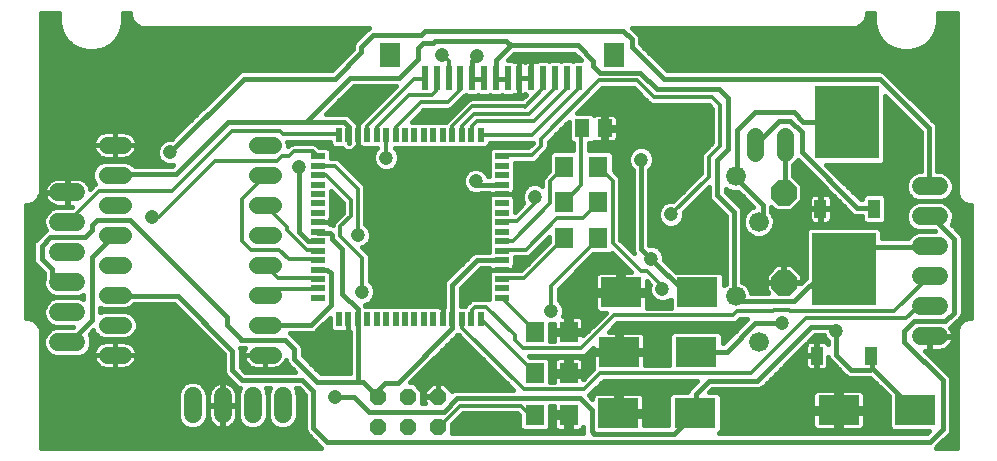
<source format=gtl>
G75*
%MOIN*%
%OFA0B0*%
%FSLAX25Y25*%
%IPPOS*%
%LPD*%
%AMOC8*
5,1,8,0,0,1.08239X$1,22.5*
%
%ADD10C,0.06600*%
%ADD11OC8,0.08500*%
%ADD12R,0.21260X0.24409*%
%ADD13R,0.03937X0.06299*%
%ADD14OC8,0.05600*%
%ADD15C,0.06000*%
%ADD16C,0.05600*%
%ADD17R,0.06299X0.07098*%
%ADD18C,0.05543*%
%ADD19R,0.04700X0.02200*%
%ADD20R,0.02200X0.04700*%
%ADD21R,0.01969X0.07874*%
%ADD22R,0.07087X0.07874*%
%ADD23R,0.05118X0.05906*%
%ADD24R,0.13780X0.09843*%
%ADD25C,0.01600*%
%ADD26C,0.04750*%
%ADD27C,0.01200*%
D10*
X0355579Y0057619D03*
X0363272Y0042509D03*
X0363272Y0082509D03*
X0355579Y0097619D03*
D11*
X0371630Y0092202D03*
X0371630Y0062202D03*
D12*
X0391622Y0066627D03*
X0392862Y0115580D03*
D13*
X0383886Y0086840D03*
X0401839Y0086840D03*
X0400598Y0037887D03*
X0382646Y0037887D03*
D14*
X0256394Y0024167D03*
X0246394Y0024167D03*
X0236394Y0024167D03*
X0236394Y0014167D03*
X0246394Y0014167D03*
X0256394Y0014167D03*
D15*
X0204583Y0018336D02*
X0204583Y0024336D01*
X0194583Y0024336D02*
X0194583Y0018336D01*
X0184583Y0018336D02*
X0184583Y0024336D01*
X0174583Y0024336D02*
X0174583Y0018336D01*
X0135890Y0042360D02*
X0129890Y0042360D01*
X0129890Y0052360D02*
X0135890Y0052360D01*
X0135890Y0062360D02*
X0129890Y0062360D01*
X0129890Y0072360D02*
X0135890Y0072360D01*
X0135890Y0082360D02*
X0129890Y0082360D01*
X0129890Y0092360D02*
X0135890Y0092360D01*
X0417291Y0094328D02*
X0423291Y0094328D01*
X0423291Y0084328D02*
X0417291Y0084328D01*
X0417291Y0074328D02*
X0423291Y0074328D01*
X0423291Y0064328D02*
X0417291Y0064328D01*
X0417291Y0054328D02*
X0423291Y0054328D01*
X0423291Y0044328D02*
X0417291Y0044328D01*
D16*
X0372047Y0105335D02*
X0372047Y0110935D01*
X0362047Y0110935D02*
X0362047Y0105335D01*
D17*
X0309748Y0100824D03*
X0298551Y0100824D03*
X0298551Y0089013D03*
X0309748Y0089013D03*
X0309748Y0077202D03*
X0298551Y0077202D03*
X0299906Y0045706D03*
X0288709Y0045706D03*
X0288709Y0031927D03*
X0299906Y0031927D03*
X0299906Y0018147D03*
X0288709Y0018147D03*
D18*
X0201465Y0038100D02*
X0195921Y0038100D01*
X0195921Y0048100D02*
X0201465Y0048100D01*
X0201465Y0058100D02*
X0195921Y0058100D01*
X0195921Y0068100D02*
X0201465Y0068100D01*
X0201465Y0078100D02*
X0195921Y0078100D01*
X0195921Y0088100D02*
X0201465Y0088100D01*
X0201465Y0098100D02*
X0195921Y0098100D01*
X0195921Y0108100D02*
X0201465Y0108100D01*
X0151465Y0108100D02*
X0145921Y0108100D01*
X0145921Y0098100D02*
X0151465Y0098100D01*
X0151465Y0088100D02*
X0145921Y0088100D01*
X0145921Y0078100D02*
X0151465Y0078100D01*
X0151465Y0068100D02*
X0145921Y0068100D01*
X0145921Y0058100D02*
X0151465Y0058100D01*
X0151465Y0048100D02*
X0145921Y0048100D01*
X0145921Y0038100D02*
X0151465Y0038100D01*
D19*
X0216264Y0057100D03*
X0216264Y0060249D03*
X0216264Y0063399D03*
X0216264Y0066549D03*
X0216264Y0069698D03*
X0216264Y0072848D03*
X0216264Y0075997D03*
X0216264Y0079147D03*
X0216264Y0082297D03*
X0216264Y0085446D03*
X0216264Y0088596D03*
X0216264Y0091745D03*
X0216264Y0094895D03*
X0216264Y0098045D03*
X0216264Y0101194D03*
X0216264Y0104344D03*
X0277681Y0104344D03*
X0277681Y0101194D03*
X0277681Y0098045D03*
X0277681Y0094895D03*
X0277681Y0091745D03*
X0277681Y0088596D03*
X0277681Y0085446D03*
X0277681Y0082297D03*
X0277681Y0079147D03*
X0277681Y0075997D03*
X0277681Y0072848D03*
X0277681Y0069698D03*
X0277681Y0066549D03*
X0277681Y0063399D03*
X0277681Y0060249D03*
X0277681Y0057100D03*
D20*
X0270594Y0050013D03*
X0267445Y0050013D03*
X0264295Y0050013D03*
X0261146Y0050013D03*
X0257996Y0050013D03*
X0254846Y0050013D03*
X0251697Y0050013D03*
X0248547Y0050013D03*
X0245398Y0050013D03*
X0242248Y0050013D03*
X0239098Y0050013D03*
X0235949Y0050013D03*
X0232799Y0050013D03*
X0229650Y0050013D03*
X0226500Y0050013D03*
X0223350Y0050013D03*
X0223350Y0111430D03*
X0226500Y0111430D03*
X0229650Y0111430D03*
X0232799Y0111430D03*
X0235949Y0111430D03*
X0239098Y0111430D03*
X0242248Y0111430D03*
X0245398Y0111430D03*
X0248547Y0111430D03*
X0251697Y0111430D03*
X0254846Y0111430D03*
X0257996Y0111430D03*
X0261146Y0111430D03*
X0264295Y0111430D03*
X0267445Y0111430D03*
X0270594Y0111430D03*
D21*
X0271748Y0130352D03*
X0267811Y0130352D03*
X0263874Y0130352D03*
X0259937Y0130352D03*
X0256000Y0130352D03*
X0252063Y0130352D03*
X0275685Y0130352D03*
X0279622Y0130352D03*
X0283559Y0130352D03*
X0287496Y0130352D03*
X0291433Y0130352D03*
X0295370Y0130352D03*
X0299307Y0130352D03*
X0303244Y0130352D03*
D22*
X0315055Y0138226D03*
X0240252Y0138226D03*
D23*
X0304465Y0113659D03*
X0311945Y0113659D03*
D24*
X0317260Y0058934D03*
X0342850Y0058934D03*
X0342339Y0039092D03*
X0316748Y0039092D03*
X0316512Y0018659D03*
X0342102Y0018659D03*
X0389898Y0019682D03*
X0415488Y0019682D03*
D25*
X0123910Y0007199D02*
X0123910Y0046661D01*
X0123179Y0048425D01*
X0121829Y0049775D01*
X0120065Y0050506D01*
X0119110Y0050506D01*
X0119110Y0088150D01*
X0120065Y0088150D01*
X0121829Y0088881D01*
X0123179Y0090231D01*
X0123910Y0091995D01*
X0123910Y0152005D01*
X0130208Y0152005D01*
X0130058Y0151446D01*
X0130058Y0148627D01*
X0130788Y0145905D01*
X0132197Y0143463D01*
X0134190Y0141470D01*
X0136632Y0140061D01*
X0139354Y0139331D01*
X0142173Y0139331D01*
X0144896Y0140061D01*
X0147337Y0141470D01*
X0149330Y0143463D01*
X0150740Y0145905D01*
X0151469Y0148627D01*
X0151469Y0151446D01*
X0151319Y0152005D01*
X0153680Y0152005D01*
X0153680Y0151050D01*
X0154411Y0149286D01*
X0155761Y0147936D01*
X0157526Y0147205D01*
X0233553Y0147205D01*
X0233193Y0147056D01*
X0232406Y0146268D01*
X0228469Y0142331D01*
X0228043Y0141302D01*
X0228043Y0140122D01*
X0220931Y0133010D01*
X0191108Y0133010D01*
X0190079Y0132584D01*
X0189292Y0131796D01*
X0167506Y0110010D01*
X0166220Y0110010D01*
X0164612Y0109344D01*
X0163382Y0108113D01*
X0162716Y0106505D01*
X0162716Y0104765D01*
X0163382Y0103157D01*
X0164612Y0101926D01*
X0166220Y0101260D01*
X0167957Y0101260D01*
X0167746Y0101049D01*
X0155263Y0101049D01*
X0154167Y0102145D01*
X0152414Y0102871D01*
X0144972Y0102871D01*
X0143218Y0102145D01*
X0141876Y0100803D01*
X0141150Y0099049D01*
X0141150Y0097151D01*
X0141876Y0095397D01*
X0142222Y0095050D01*
X0141893Y0094914D01*
X0140545Y0093566D01*
X0140338Y0094202D01*
X0139995Y0094875D01*
X0139551Y0095487D01*
X0139017Y0096021D01*
X0138405Y0096465D01*
X0137732Y0096808D01*
X0137014Y0097041D01*
X0136268Y0097160D01*
X0133090Y0097160D01*
X0133090Y0092560D01*
X0132690Y0092560D01*
X0132690Y0097160D01*
X0129512Y0097160D01*
X0128766Y0097041D01*
X0128047Y0096808D01*
X0127374Y0096465D01*
X0126763Y0096021D01*
X0126229Y0095487D01*
X0125784Y0094875D01*
X0125441Y0094202D01*
X0125208Y0093484D01*
X0125090Y0092737D01*
X0125090Y0092560D01*
X0132690Y0092560D01*
X0132690Y0097160D01*
X0129512Y0097160D01*
X0128766Y0097041D01*
X0128047Y0096808D01*
X0127374Y0096465D01*
X0126763Y0096021D01*
X0126229Y0095487D01*
X0125784Y0094875D01*
X0125441Y0094202D01*
X0125208Y0093484D01*
X0125090Y0092737D01*
X0125090Y0092560D01*
X0132690Y0092560D01*
X0133090Y0092560D01*
X0133090Y0097160D01*
X0136268Y0097160D01*
X0137014Y0097041D01*
X0137732Y0096808D01*
X0138405Y0096465D01*
X0139017Y0096021D01*
X0139551Y0095487D01*
X0139995Y0094875D01*
X0140338Y0094202D01*
X0140545Y0093566D01*
X0141893Y0094914D01*
X0142222Y0095050D01*
X0141876Y0095397D01*
X0141150Y0097151D01*
X0141150Y0099049D01*
X0141876Y0100803D01*
X0143218Y0102145D01*
X0144972Y0102871D01*
X0152414Y0102871D01*
X0154167Y0102145D01*
X0155263Y0101049D01*
X0167746Y0101049D01*
X0167957Y0101260D01*
X0166220Y0101260D01*
X0164612Y0101926D01*
X0163382Y0103157D01*
X0162716Y0104765D01*
X0162716Y0106505D01*
X0163382Y0108113D01*
X0164612Y0109344D01*
X0166220Y0110010D01*
X0167506Y0110010D01*
X0189292Y0131796D01*
X0189816Y0132320D01*
X0123910Y0132320D01*
X0123910Y0091995D01*
X0123179Y0090231D01*
X0123047Y0090099D01*
X0123047Y0077225D01*
X0125563Y0079740D01*
X0122642Y0076820D01*
X0121855Y0076032D01*
X0121428Y0075003D01*
X0121428Y0069637D01*
X0121855Y0068608D01*
X0124932Y0065530D01*
X0124932Y0063457D01*
X0124890Y0063354D01*
X0124890Y0061365D01*
X0125651Y0059527D01*
X0127057Y0058121D01*
X0128895Y0057360D01*
X0136884Y0057360D01*
X0138200Y0057905D01*
X0138200Y0056815D01*
X0136884Y0057360D01*
X0138200Y0057905D01*
X0138200Y0056815D01*
X0136884Y0057360D01*
X0128895Y0057360D01*
X0127057Y0058121D01*
X0125651Y0059527D01*
X0124890Y0061365D01*
X0124890Y0063354D01*
X0124932Y0063457D01*
X0124932Y0065530D01*
X0123047Y0067416D01*
X0123047Y0048557D01*
X0123179Y0048425D01*
X0123910Y0046661D01*
X0123910Y0007199D01*
X0217476Y0007199D01*
X0213193Y0011482D01*
X0212406Y0012270D01*
X0211980Y0013299D01*
X0211980Y0024861D01*
X0209931Y0026910D01*
X0208928Y0026910D01*
X0209583Y0025331D01*
X0209583Y0017341D01*
X0208821Y0015504D01*
X0207415Y0014097D01*
X0205577Y0013336D01*
X0203588Y0013336D01*
X0201750Y0014097D01*
X0200344Y0015504D01*
X0199583Y0017341D01*
X0199583Y0025331D01*
X0200237Y0026910D01*
X0198928Y0026910D01*
X0199583Y0025331D01*
X0199583Y0017341D01*
X0200344Y0015504D01*
X0201750Y0014097D01*
X0203588Y0013336D01*
X0205577Y0013336D01*
X0207415Y0014097D01*
X0208821Y0015504D01*
X0209583Y0017341D01*
X0209583Y0025331D01*
X0208928Y0026910D01*
X0209931Y0026910D01*
X0211980Y0024861D01*
X0211980Y0013299D01*
X0212406Y0012270D01*
X0213193Y0011482D01*
X0217476Y0007199D01*
X0123910Y0007199D01*
X0123910Y0007816D02*
X0216859Y0007816D01*
X0123910Y0007816D01*
X0123910Y0009414D02*
X0215261Y0009414D01*
X0123910Y0009414D01*
X0123910Y0011013D02*
X0213662Y0011013D01*
X0123910Y0011013D01*
X0123910Y0012611D02*
X0212264Y0012611D01*
X0123910Y0012611D01*
X0123910Y0014210D02*
X0171638Y0014210D01*
X0123910Y0014210D01*
X0123910Y0015808D02*
X0170218Y0015808D01*
X0123910Y0015808D01*
X0123910Y0017407D02*
X0169583Y0017407D01*
X0123910Y0017407D01*
X0123910Y0019005D02*
X0169583Y0019005D01*
X0123910Y0019005D01*
X0123910Y0020604D02*
X0169583Y0020604D01*
X0123910Y0020604D01*
X0123910Y0022203D02*
X0169583Y0022203D01*
X0123910Y0022203D01*
X0123910Y0023801D02*
X0169583Y0023801D01*
X0123910Y0023801D01*
X0123910Y0025400D02*
X0169611Y0025400D01*
X0123910Y0025400D01*
X0123910Y0026998D02*
X0170273Y0026998D01*
X0123910Y0026998D01*
X0123910Y0028597D02*
X0171803Y0028597D01*
X0123910Y0028597D01*
X0123910Y0030195D02*
X0186606Y0030195D01*
X0123910Y0030195D01*
X0123910Y0031794D02*
X0185282Y0031794D01*
X0123910Y0031794D01*
X0123910Y0033392D02*
X0185050Y0033392D01*
X0123910Y0033392D01*
X0123910Y0034991D02*
X0142565Y0034991D01*
X0123910Y0034991D01*
X0123910Y0036589D02*
X0141605Y0036589D01*
X0123910Y0036589D01*
X0123910Y0038188D02*
X0126991Y0038188D01*
X0123910Y0038188D01*
X0123910Y0039786D02*
X0125544Y0039786D01*
X0123910Y0039786D01*
X0123910Y0041385D02*
X0124890Y0041385D01*
X0123910Y0041385D01*
X0124890Y0041365D02*
X0125651Y0039527D01*
X0127057Y0038121D01*
X0128895Y0037360D01*
X0136884Y0037360D01*
X0138722Y0038121D01*
X0140129Y0039527D01*
X0140890Y0041365D01*
X0140890Y0043354D01*
X0140228Y0044951D01*
X0141524Y0046247D01*
X0141876Y0045397D01*
X0143218Y0044055D01*
X0144972Y0043328D01*
X0152414Y0043328D01*
X0154167Y0044055D01*
X0155510Y0045397D01*
X0156236Y0047151D01*
X0156236Y0049049D01*
X0155510Y0050803D01*
X0154167Y0052145D01*
X0152414Y0052871D01*
X0144972Y0052871D01*
X0143800Y0052386D01*
X0143800Y0053814D01*
X0144972Y0053328D01*
X0152414Y0053328D01*
X0154167Y0054055D01*
X0155023Y0054910D01*
X0168431Y0054910D01*
X0185050Y0038290D01*
X0185050Y0032354D01*
X0185477Y0031325D01*
X0188677Y0028124D01*
X0189465Y0027336D01*
X0190275Y0027001D01*
X0189583Y0025331D01*
X0189583Y0017341D01*
X0190344Y0015504D01*
X0191750Y0014097D01*
X0193588Y0013336D01*
X0195577Y0013336D01*
X0197415Y0014097D01*
X0198821Y0015504D01*
X0199583Y0017341D01*
X0199583Y0025331D01*
X0200237Y0026910D01*
X0198928Y0026910D01*
X0199583Y0025331D01*
X0199583Y0017341D01*
X0198821Y0015504D01*
X0197415Y0014097D01*
X0195577Y0013336D01*
X0193588Y0013336D01*
X0191750Y0014097D01*
X0190344Y0015504D01*
X0189583Y0017341D01*
X0189583Y0025331D01*
X0190275Y0027001D01*
X0189465Y0027336D01*
X0188677Y0028124D01*
X0185477Y0031325D01*
X0185050Y0032354D01*
X0185050Y0038290D01*
X0168431Y0054910D01*
X0155023Y0054910D01*
X0154167Y0054055D01*
X0152414Y0053328D01*
X0144972Y0053328D01*
X0143800Y0053814D01*
X0143800Y0052386D01*
X0144972Y0052871D01*
X0152414Y0052871D01*
X0154167Y0052145D01*
X0155510Y0050803D01*
X0156236Y0049049D01*
X0156236Y0047151D01*
X0155510Y0045397D01*
X0154167Y0044055D01*
X0152414Y0043328D01*
X0144972Y0043328D01*
X0143218Y0044055D01*
X0141876Y0045397D01*
X0141524Y0046247D01*
X0140228Y0044951D01*
X0140890Y0043354D01*
X0140890Y0041365D01*
X0140129Y0039527D01*
X0138722Y0038121D01*
X0136884Y0037360D01*
X0128895Y0037360D01*
X0127057Y0038121D01*
X0125651Y0039527D01*
X0124890Y0041365D01*
X0124890Y0043354D01*
X0125651Y0045192D01*
X0127057Y0046598D01*
X0128895Y0047360D01*
X0134717Y0047360D01*
X0128895Y0047360D01*
X0127057Y0048121D01*
X0125651Y0049527D01*
X0124890Y0051365D01*
X0124890Y0053354D01*
X0125651Y0055192D01*
X0127057Y0056598D01*
X0128895Y0057360D01*
X0136884Y0057360D01*
X0128895Y0057360D01*
X0127057Y0056598D01*
X0125651Y0055192D01*
X0124890Y0053354D01*
X0124890Y0051365D01*
X0125651Y0049527D01*
X0127057Y0048121D01*
X0128895Y0047360D01*
X0134717Y0047360D01*
X0134717Y0047360D01*
X0128895Y0047360D01*
X0127057Y0046598D01*
X0125651Y0045192D01*
X0124890Y0043354D01*
X0124890Y0041365D01*
X0124890Y0042983D02*
X0123910Y0042983D01*
X0124890Y0042983D01*
X0125398Y0044582D02*
X0123910Y0044582D01*
X0125398Y0044582D01*
X0126639Y0046180D02*
X0123910Y0046180D01*
X0126639Y0046180D01*
X0127883Y0047779D02*
X0123447Y0047779D01*
X0127883Y0047779D01*
X0125801Y0049377D02*
X0122227Y0049377D01*
X0123047Y0049377D02*
X0125801Y0049377D01*
X0125051Y0050976D02*
X0119110Y0050976D01*
X0119110Y0052574D02*
X0124890Y0052574D01*
X0123047Y0052574D01*
X0123047Y0050976D02*
X0125051Y0050976D01*
X0125229Y0054173D02*
X0119110Y0054173D01*
X0119110Y0055771D02*
X0126230Y0055771D01*
X0123047Y0055771D01*
X0123047Y0054173D02*
X0125229Y0054173D01*
X0123047Y0057370D02*
X0128871Y0057370D01*
X0119110Y0057370D01*
X0119110Y0058968D02*
X0126210Y0058968D01*
X0123047Y0058968D01*
X0123047Y0060567D02*
X0125220Y0060567D01*
X0119110Y0060567D01*
X0119110Y0062165D02*
X0124890Y0062165D01*
X0123047Y0062165D01*
X0123047Y0063764D02*
X0124932Y0063764D01*
X0119110Y0063764D01*
X0119110Y0065362D02*
X0124932Y0065362D01*
X0123047Y0065362D01*
X0123047Y0066961D02*
X0123502Y0066961D01*
X0119110Y0066961D01*
X0119110Y0068559D02*
X0121903Y0068559D01*
X0121428Y0070158D02*
X0119110Y0070158D01*
X0119110Y0071756D02*
X0121428Y0071756D01*
X0121428Y0073355D02*
X0119110Y0073355D01*
X0119110Y0074953D02*
X0121428Y0074953D01*
X0122374Y0076552D02*
X0119110Y0076552D01*
X0119110Y0078150D02*
X0123973Y0078150D01*
X0123047Y0078150D01*
X0123047Y0079749D02*
X0125559Y0079749D01*
X0119110Y0079749D01*
X0119110Y0081347D02*
X0124897Y0081347D01*
X0123047Y0081347D01*
X0123047Y0082946D02*
X0124890Y0082946D01*
X0119110Y0082946D01*
X0119110Y0084544D02*
X0125383Y0084544D01*
X0123047Y0084544D01*
X0123047Y0086143D02*
X0126602Y0086143D01*
X0119110Y0086143D01*
X0119110Y0087741D02*
X0128570Y0087741D01*
X0123047Y0087741D01*
X0123047Y0089340D02*
X0126150Y0089340D01*
X0122288Y0089340D01*
X0123472Y0090939D02*
X0125304Y0090939D01*
X0123472Y0090939D01*
X0123910Y0092537D02*
X0132690Y0092537D01*
X0123910Y0092537D01*
X0125090Y0092160D02*
X0125090Y0091982D01*
X0125208Y0091236D01*
X0125441Y0090517D01*
X0125784Y0089844D01*
X0126229Y0089233D01*
X0126763Y0088698D01*
X0127374Y0088254D01*
X0128047Y0087911D01*
X0128766Y0087678D01*
X0129512Y0087560D01*
X0132690Y0087560D01*
X0132690Y0092159D01*
X0133090Y0092159D01*
X0133090Y0087560D01*
X0134539Y0087560D01*
X0134339Y0087360D01*
X0128895Y0087360D01*
X0127057Y0086598D01*
X0125651Y0085192D01*
X0124890Y0083354D01*
X0124890Y0081365D01*
X0125563Y0079740D01*
X0124890Y0081365D01*
X0124890Y0083354D01*
X0125651Y0085192D01*
X0127057Y0086598D01*
X0128895Y0087360D01*
X0134339Y0087360D01*
X0134539Y0087560D01*
X0133090Y0087560D01*
X0133090Y0092159D01*
X0132690Y0092159D01*
X0132690Y0087560D01*
X0129512Y0087560D01*
X0128766Y0087678D01*
X0128047Y0087911D01*
X0127374Y0088254D01*
X0126763Y0088698D01*
X0126229Y0089233D01*
X0125784Y0089844D01*
X0125441Y0090517D01*
X0125208Y0091236D01*
X0125090Y0091982D01*
X0125090Y0092160D01*
X0132690Y0092160D01*
X0132690Y0092560D01*
X0132690Y0092160D01*
X0125090Y0092160D01*
X0132690Y0090939D02*
X0133090Y0090939D01*
X0132690Y0090939D01*
X0132690Y0089340D02*
X0133090Y0089340D01*
X0132690Y0089340D01*
X0132690Y0087741D02*
X0133090Y0087741D01*
X0132690Y0087741D01*
X0141197Y0081493D02*
X0142693Y0082989D01*
X0153598Y0082989D01*
X0185961Y0050627D01*
X0185961Y0048108D01*
X0190610Y0043458D01*
X0190610Y0043210D01*
X0205346Y0043210D01*
X0208441Y0040115D01*
X0208441Y0036808D01*
X0216079Y0029171D01*
X0229839Y0029171D01*
X0229839Y0049151D01*
X0229650Y0050013D01*
X0229591Y0050710D01*
X0229591Y0053257D01*
X0224504Y0058344D01*
X0224504Y0073541D01*
X0221157Y0076887D01*
X0221157Y0078029D01*
X0220291Y0078895D01*
X0216516Y0078895D01*
X0216264Y0079147D01*
X0216472Y0079104D01*
X0216091Y0076210D02*
X0213091Y0076210D01*
X0210091Y0079210D01*
X0210091Y0100710D01*
X0220614Y0103782D02*
X0220614Y0106272D01*
X0219442Y0107444D01*
X0216841Y0107444D01*
X0216059Y0108225D01*
X0215104Y0108621D01*
X0207845Y0108621D01*
X0206889Y0108225D01*
X0206236Y0107572D01*
X0206236Y0109049D01*
X0206211Y0109110D01*
X0220250Y0109110D01*
X0220250Y0108252D01*
X0221422Y0107080D01*
X0224260Y0107080D01*
X0225004Y0106336D01*
X0226034Y0105910D01*
X0227148Y0105910D01*
X0228177Y0106336D01*
X0228964Y0107124D01*
X0229029Y0107280D01*
X0229650Y0107280D01*
X0230671Y0107280D01*
X0230871Y0107080D01*
X0236136Y0107080D01*
X0235382Y0106326D01*
X0234716Y0104718D01*
X0234716Y0102978D01*
X0235382Y0101370D01*
X0236612Y0100139D01*
X0238220Y0099473D01*
X0239961Y0099473D01*
X0241569Y0100139D01*
X0242799Y0101370D01*
X0243465Y0102978D01*
X0243465Y0104718D01*
X0242799Y0106326D01*
X0242045Y0107080D01*
X0272523Y0107080D01*
X0273694Y0108252D01*
X0273694Y0108834D01*
X0288038Y0108834D01*
X0286514Y0107310D01*
X0280993Y0107310D01*
X0280860Y0107444D01*
X0274503Y0107444D01*
X0273331Y0106272D01*
X0273331Y0097695D01*
X0273002Y0097695D01*
X0272650Y0098546D01*
X0271419Y0099777D01*
X0269811Y0100443D01*
X0268071Y0100443D01*
X0266463Y0099777D01*
X0265232Y0098546D01*
X0264566Y0096938D01*
X0264566Y0095198D01*
X0265232Y0093590D01*
X0266463Y0092359D01*
X0268071Y0091693D01*
X0269811Y0091693D01*
X0270781Y0092095D01*
X0273531Y0092095D01*
X0273531Y0091745D01*
X0273531Y0090724D01*
X0273331Y0090524D01*
X0273331Y0072510D01*
X0268896Y0072510D01*
X0267867Y0072084D01*
X0258772Y0062989D01*
X0258346Y0061960D01*
X0258346Y0054163D01*
X0257996Y0054163D01*
X0256975Y0054163D01*
X0256775Y0054363D01*
X0232163Y0054363D01*
X0231968Y0054835D01*
X0232020Y0054835D01*
X0233628Y0055501D01*
X0234858Y0056732D01*
X0235524Y0058340D01*
X0235524Y0060080D01*
X0234858Y0061688D01*
X0233750Y0062797D01*
X0233750Y0070814D01*
X0233354Y0071769D01*
X0232622Y0072501D01*
X0231196Y0073927D01*
X0232069Y0074289D01*
X0233299Y0075519D01*
X0233965Y0077127D01*
X0233965Y0078868D01*
X0233299Y0080475D01*
X0232191Y0081584D01*
X0232191Y0094011D01*
X0231795Y0094966D01*
X0231063Y0095698D01*
X0223374Y0103387D01*
X0222419Y0103782D01*
X0220614Y0103782D01*
X0220614Y0106272D01*
X0219442Y0107444D01*
X0216841Y0107444D01*
X0216059Y0108225D01*
X0215104Y0108621D01*
X0207845Y0108621D01*
X0206889Y0108225D01*
X0206236Y0107572D01*
X0206236Y0109049D01*
X0206211Y0109110D01*
X0220250Y0109110D01*
X0220250Y0108252D01*
X0221422Y0107080D01*
X0224260Y0107080D01*
X0225004Y0106336D01*
X0226034Y0105910D01*
X0227148Y0105910D01*
X0228177Y0106336D01*
X0228964Y0107124D01*
X0229029Y0107280D01*
X0229650Y0107280D01*
X0229650Y0111430D01*
X0229650Y0111430D01*
X0229650Y0107280D01*
X0230671Y0107280D01*
X0230871Y0107080D01*
X0236136Y0107080D01*
X0235382Y0106326D01*
X0234716Y0104718D01*
X0234716Y0102978D01*
X0235382Y0101370D01*
X0236612Y0100139D01*
X0238220Y0099473D01*
X0239961Y0099473D01*
X0241569Y0100139D01*
X0242799Y0101370D01*
X0243465Y0102978D01*
X0243465Y0104718D01*
X0242799Y0106326D01*
X0242045Y0107080D01*
X0272523Y0107080D01*
X0273694Y0108252D01*
X0273694Y0108834D01*
X0288038Y0108834D01*
X0286514Y0107310D01*
X0280993Y0107310D01*
X0280860Y0107444D01*
X0274503Y0107444D01*
X0273331Y0106272D01*
X0273331Y0097695D01*
X0273002Y0097695D01*
X0272650Y0098546D01*
X0271419Y0099777D01*
X0269811Y0100443D01*
X0268071Y0100443D01*
X0266463Y0099777D01*
X0265232Y0098546D01*
X0264566Y0096938D01*
X0264566Y0095198D01*
X0265232Y0093590D01*
X0266463Y0092359D01*
X0268071Y0091693D01*
X0269811Y0091693D01*
X0270781Y0092095D01*
X0273531Y0092095D01*
X0273531Y0091745D01*
X0277681Y0091745D01*
X0277681Y0091745D01*
X0273531Y0091745D01*
X0273531Y0090724D01*
X0273331Y0090524D01*
X0273331Y0072510D01*
X0268896Y0072510D01*
X0267867Y0072084D01*
X0258772Y0062989D01*
X0258346Y0061960D01*
X0258346Y0054163D01*
X0257996Y0054163D01*
X0257996Y0050013D01*
X0257996Y0050013D01*
X0257996Y0054163D01*
X0256975Y0054163D01*
X0256775Y0054363D01*
X0232163Y0054363D01*
X0231968Y0054835D01*
X0232020Y0054835D01*
X0233628Y0055501D01*
X0234858Y0056732D01*
X0235524Y0058340D01*
X0235524Y0060080D01*
X0234858Y0061688D01*
X0233750Y0062797D01*
X0233750Y0070814D01*
X0233354Y0071769D01*
X0232622Y0072501D01*
X0231196Y0073927D01*
X0232069Y0074289D01*
X0233299Y0075519D01*
X0233965Y0077127D01*
X0233965Y0078868D01*
X0233299Y0080475D01*
X0232191Y0081584D01*
X0232191Y0094011D01*
X0231795Y0094966D01*
X0231063Y0095698D01*
X0223374Y0103387D01*
X0222419Y0103782D01*
X0220614Y0103782D01*
X0220614Y0105325D02*
X0234967Y0105325D01*
X0220614Y0105325D01*
X0219962Y0106924D02*
X0224417Y0106924D01*
X0219962Y0106924D01*
X0220250Y0108522D02*
X0215342Y0108522D01*
X0220250Y0108522D01*
X0226591Y0108710D02*
X0226591Y0111210D01*
X0226500Y0111430D01*
X0226591Y0112210D01*
X0226591Y0114210D01*
X0225091Y0115710D01*
X0212378Y0115710D01*
X0212339Y0115749D01*
X0186406Y0115749D01*
X0168906Y0098249D01*
X0148843Y0098249D01*
X0148693Y0098100D01*
X0149091Y0098210D01*
X0141763Y0100530D02*
X0123910Y0100530D01*
X0141763Y0100530D01*
X0141150Y0098931D02*
X0123910Y0098931D01*
X0141150Y0098931D01*
X0141150Y0097333D02*
X0123910Y0097333D01*
X0141150Y0097333D01*
X0141736Y0095734D02*
X0139303Y0095734D01*
X0141736Y0095734D01*
X0141115Y0094136D02*
X0140360Y0094136D01*
X0141115Y0094136D01*
X0133090Y0094136D02*
X0132690Y0094136D01*
X0133090Y0094136D01*
X0133090Y0095734D02*
X0132690Y0095734D01*
X0133090Y0095734D01*
X0126476Y0095734D02*
X0123910Y0095734D01*
X0126476Y0095734D01*
X0125420Y0094136D02*
X0123910Y0094136D01*
X0125420Y0094136D01*
X0123910Y0102128D02*
X0143201Y0102128D01*
X0123910Y0102128D01*
X0123910Y0103727D02*
X0144586Y0103727D01*
X0123910Y0103727D01*
X0123910Y0105325D02*
X0142286Y0105325D01*
X0123910Y0105325D01*
X0123910Y0106924D02*
X0141496Y0106924D01*
X0123910Y0106924D01*
X0123910Y0108522D02*
X0141360Y0108522D01*
X0123910Y0108522D01*
X0123910Y0110121D02*
X0141820Y0110121D01*
X0123910Y0110121D01*
X0123910Y0111719D02*
X0143125Y0111719D01*
X0123910Y0111719D01*
X0123910Y0113318D02*
X0170813Y0113318D01*
X0123910Y0113318D01*
X0123910Y0114916D02*
X0172412Y0114916D01*
X0123910Y0114916D01*
X0123910Y0116515D02*
X0174010Y0116515D01*
X0123910Y0116515D01*
X0123910Y0118113D02*
X0175609Y0118113D01*
X0123910Y0118113D01*
X0123910Y0119712D02*
X0177207Y0119712D01*
X0123910Y0119712D01*
X0123910Y0121310D02*
X0178806Y0121310D01*
X0123910Y0121310D01*
X0123910Y0122909D02*
X0180404Y0122909D01*
X0123910Y0122909D01*
X0123910Y0124507D02*
X0182003Y0124507D01*
X0123910Y0124507D01*
X0123910Y0126106D02*
X0183601Y0126106D01*
X0123910Y0126106D01*
X0123910Y0127704D02*
X0185200Y0127704D01*
X0123910Y0127704D01*
X0123910Y0129303D02*
X0186798Y0129303D01*
X0123910Y0129303D01*
X0123910Y0130901D02*
X0188397Y0130901D01*
X0123910Y0130901D01*
X0123910Y0132500D02*
X0189995Y0132500D01*
X0191665Y0130210D02*
X0222091Y0130210D01*
X0230843Y0138962D01*
X0230843Y0140745D01*
X0234780Y0144682D01*
X0250646Y0144682D01*
X0252024Y0146060D01*
X0318185Y0146060D01*
X0320945Y0143301D01*
X0320945Y0140789D01*
X0331618Y0130115D01*
X0403638Y0130115D01*
X0420043Y0113710D01*
X0420091Y0113710D01*
X0420091Y0094710D01*
X0420291Y0094328D01*
X0414459Y0098567D02*
X0413053Y0097160D01*
X0412291Y0095323D01*
X0412291Y0093334D01*
X0413053Y0091496D01*
X0414459Y0090089D01*
X0416297Y0089328D01*
X0414459Y0088567D01*
X0413053Y0087160D01*
X0412291Y0085323D01*
X0412291Y0083334D01*
X0413053Y0081496D01*
X0414459Y0080089D01*
X0416297Y0079328D01*
X0414459Y0078567D01*
X0413053Y0077160D01*
X0412990Y0077010D01*
X0404252Y0077010D01*
X0404252Y0079660D01*
X0403080Y0080832D01*
X0380164Y0080832D01*
X0378992Y0079660D01*
X0378992Y0063713D01*
X0377281Y0062002D01*
X0371830Y0062002D01*
X0371830Y0062402D01*
X0377680Y0062402D01*
X0377680Y0064708D01*
X0374136Y0068252D01*
X0371830Y0068252D01*
X0371830Y0062402D01*
X0377680Y0062402D01*
X0377680Y0064708D01*
X0374136Y0068252D01*
X0371830Y0068252D01*
X0371830Y0062402D01*
X0371830Y0062002D01*
X0377281Y0062002D01*
X0378992Y0063713D01*
X0378992Y0079660D01*
X0380164Y0080832D01*
X0403080Y0080832D01*
X0404252Y0079660D01*
X0404252Y0077010D01*
X0412990Y0077010D01*
X0413053Y0077160D01*
X0414459Y0078567D01*
X0416297Y0079328D01*
X0421906Y0079328D01*
X0421906Y0079328D01*
X0416297Y0079328D01*
X0421906Y0079328D01*
X0421906Y0079328D01*
X0416297Y0079328D01*
X0414459Y0080089D01*
X0413053Y0081496D01*
X0412291Y0083334D01*
X0412291Y0085323D01*
X0413053Y0087160D01*
X0414459Y0088567D01*
X0416297Y0089328D01*
X0424286Y0089328D01*
X0426124Y0088567D01*
X0427530Y0087160D01*
X0428291Y0085323D01*
X0428291Y0083334D01*
X0427568Y0081586D01*
X0430098Y0079056D01*
X0430098Y0079056D01*
X0430886Y0078268D01*
X0431312Y0077239D01*
X0431312Y0051653D01*
X0430886Y0050624D01*
X0430098Y0049836D01*
X0429896Y0049753D01*
X0427886Y0047742D01*
X0427886Y0047742D01*
X0427224Y0047081D01*
X0427397Y0046844D01*
X0427740Y0046171D01*
X0427973Y0045452D01*
X0428091Y0044706D01*
X0428091Y0044528D01*
X0420491Y0044528D01*
X0420491Y0044128D01*
X0420491Y0039528D01*
X0423669Y0039528D01*
X0424415Y0039646D01*
X0425134Y0039880D01*
X0425807Y0040223D01*
X0426418Y0040667D01*
X0426953Y0041201D01*
X0427397Y0041812D01*
X0427740Y0042486D01*
X0427973Y0043204D01*
X0428091Y0043950D01*
X0428091Y0044128D01*
X0420491Y0044128D01*
X0420091Y0044128D01*
X0420091Y0039528D01*
X0418697Y0039528D01*
X0426208Y0032017D01*
X0426208Y0032017D01*
X0426996Y0031229D01*
X0427422Y0030200D01*
X0427422Y0012787D01*
X0426996Y0011758D01*
X0422862Y0007624D01*
X0422437Y0007199D01*
X0429271Y0007199D01*
X0429271Y0046661D01*
X0430002Y0048425D01*
X0431352Y0049775D01*
X0433116Y0050506D01*
X0434071Y0050506D01*
X0434071Y0088150D01*
X0433116Y0088150D01*
X0431352Y0088881D01*
X0430002Y0090231D01*
X0429271Y0091995D01*
X0429271Y0152005D01*
X0422973Y0152005D01*
X0423123Y0151446D01*
X0423123Y0148627D01*
X0422393Y0145905D01*
X0420984Y0143463D01*
X0418991Y0141470D01*
X0416549Y0140061D01*
X0413827Y0139331D01*
X0411008Y0139331D01*
X0408285Y0140061D01*
X0405844Y0141470D01*
X0403851Y0143463D01*
X0402441Y0145905D01*
X0401712Y0148627D01*
X0401712Y0151446D01*
X0401862Y0152005D01*
X0399501Y0152005D01*
X0399501Y0151050D01*
X0398770Y0149286D01*
X0397420Y0147936D01*
X0395656Y0147205D01*
X0321000Y0147205D01*
X0323319Y0144887D01*
X0323745Y0143857D01*
X0323745Y0141948D01*
X0332778Y0132915D01*
X0404195Y0132915D01*
X0405224Y0132489D01*
X0421596Y0116117D01*
X0421677Y0116084D01*
X0422464Y0115296D01*
X0422891Y0114267D01*
X0422891Y0099328D01*
X0424286Y0099328D01*
X0426124Y0098567D01*
X0427530Y0097160D01*
X0428291Y0095323D01*
X0428291Y0093334D01*
X0427530Y0091496D01*
X0426124Y0090089D01*
X0424286Y0089328D01*
X0416297Y0089328D01*
X0424286Y0089328D01*
X0426124Y0088567D01*
X0427530Y0087160D01*
X0428291Y0085323D01*
X0428291Y0083334D01*
X0427568Y0081586D01*
X0430098Y0079056D01*
X0430098Y0079056D01*
X0430134Y0079020D01*
X0430134Y0090099D01*
X0430002Y0090231D01*
X0429271Y0091995D01*
X0429271Y0132320D01*
X0405393Y0132320D01*
X0421596Y0116117D01*
X0421677Y0116084D01*
X0422464Y0115296D01*
X0422891Y0114267D01*
X0422891Y0099328D01*
X0424286Y0099328D01*
X0426124Y0098567D01*
X0427530Y0097160D01*
X0428291Y0095323D01*
X0428291Y0093334D01*
X0427530Y0091496D01*
X0426124Y0090089D01*
X0424286Y0089328D01*
X0416297Y0089328D01*
X0414459Y0090089D01*
X0413053Y0091496D01*
X0412291Y0093334D01*
X0412291Y0095323D01*
X0413053Y0097160D01*
X0414459Y0098567D01*
X0416297Y0099328D01*
X0417291Y0099328D01*
X0417291Y0112503D01*
X0405492Y0124301D01*
X0405492Y0102547D01*
X0404321Y0101375D01*
X0385885Y0101375D01*
X0397250Y0090010D01*
X0397870Y0090010D01*
X0397870Y0090818D01*
X0399042Y0091989D01*
X0404636Y0091989D01*
X0405807Y0090818D01*
X0405807Y0082862D01*
X0404636Y0081690D01*
X0399042Y0081690D01*
X0397870Y0082862D01*
X0397870Y0084410D01*
X0395534Y0084410D01*
X0394504Y0084836D01*
X0376295Y0103046D01*
X0376116Y0102616D01*
X0374891Y0101390D01*
X0374891Y0097780D01*
X0377880Y0094791D01*
X0377880Y0089613D01*
X0374219Y0085952D01*
X0369041Y0085952D01*
X0367540Y0087453D01*
X0367540Y0085736D01*
X0367765Y0085511D01*
X0368572Y0083563D01*
X0368572Y0081455D01*
X0367765Y0079507D01*
X0366274Y0078016D01*
X0364326Y0077209D01*
X0362217Y0077209D01*
X0360269Y0078016D01*
X0358779Y0079507D01*
X0357972Y0081455D01*
X0357972Y0083563D01*
X0358779Y0085511D01*
X0360269Y0087002D01*
X0361379Y0087462D01*
X0356521Y0092319D01*
X0354524Y0092319D01*
X0352577Y0093126D01*
X0352265Y0093438D01*
X0352265Y0092496D01*
X0356677Y0088084D01*
X0356677Y0088084D01*
X0357464Y0087296D01*
X0357891Y0086267D01*
X0357891Y0062398D01*
X0358581Y0062113D01*
X0360072Y0060622D01*
X0360854Y0058734D01*
X0366542Y0058734D01*
X0365580Y0059696D01*
X0365580Y0062002D01*
X0371430Y0062002D01*
X0371430Y0062402D01*
X0365580Y0062402D01*
X0365580Y0064708D01*
X0369124Y0068252D01*
X0371430Y0068252D01*
X0371430Y0062402D01*
X0371430Y0062002D01*
X0365580Y0062002D01*
X0365580Y0059696D01*
X0366542Y0058734D01*
X0360854Y0058734D01*
X0360072Y0060622D01*
X0358581Y0062113D01*
X0357891Y0062398D01*
X0357891Y0086267D01*
X0357464Y0087296D01*
X0356677Y0088084D01*
X0356677Y0088084D01*
X0352265Y0092496D01*
X0352265Y0093438D01*
X0352577Y0093126D01*
X0354524Y0092319D01*
X0356521Y0092319D01*
X0361379Y0087462D01*
X0360269Y0087002D01*
X0358779Y0085511D01*
X0357972Y0083563D01*
X0357972Y0081455D01*
X0358779Y0079507D01*
X0360269Y0078016D01*
X0362217Y0077209D01*
X0364326Y0077209D01*
X0366274Y0078016D01*
X0367765Y0079507D01*
X0368572Y0081455D01*
X0368572Y0083563D01*
X0367765Y0085511D01*
X0367540Y0085736D01*
X0367540Y0087453D01*
X0369041Y0085952D01*
X0374219Y0085952D01*
X0377880Y0089613D01*
X0377880Y0094791D01*
X0374891Y0097780D01*
X0374891Y0101390D01*
X0376116Y0102616D01*
X0376295Y0103046D01*
X0394504Y0084836D01*
X0395534Y0084410D01*
X0397870Y0084410D01*
X0397870Y0082862D01*
X0399042Y0081690D01*
X0404636Y0081690D01*
X0405807Y0082862D01*
X0405807Y0090818D01*
X0404636Y0091989D01*
X0399042Y0091989D01*
X0397870Y0090818D01*
X0397870Y0090010D01*
X0397250Y0090010D01*
X0385885Y0101375D01*
X0404321Y0101375D01*
X0405492Y0102547D01*
X0405492Y0124301D01*
X0417291Y0112503D01*
X0417291Y0099328D01*
X0416297Y0099328D01*
X0414459Y0098567D01*
X0415338Y0098931D02*
X0388329Y0098931D01*
X0415338Y0098931D01*
X0417291Y0100530D02*
X0386731Y0100530D01*
X0417291Y0100530D01*
X0417291Y0102128D02*
X0405073Y0102128D01*
X0417291Y0102128D01*
X0417291Y0103727D02*
X0405492Y0103727D01*
X0417291Y0103727D01*
X0417291Y0105325D02*
X0405492Y0105325D01*
X0417291Y0105325D01*
X0417291Y0106924D02*
X0405492Y0106924D01*
X0417291Y0106924D01*
X0417291Y0108522D02*
X0405492Y0108522D01*
X0417291Y0108522D01*
X0417291Y0110121D02*
X0405492Y0110121D01*
X0417291Y0110121D01*
X0417291Y0111719D02*
X0405492Y0111719D01*
X0417291Y0111719D01*
X0416476Y0113318D02*
X0405492Y0113318D01*
X0416476Y0113318D01*
X0414877Y0114916D02*
X0405492Y0114916D01*
X0414877Y0114916D01*
X0413279Y0116515D02*
X0405492Y0116515D01*
X0413279Y0116515D01*
X0411680Y0118113D02*
X0405492Y0118113D01*
X0411680Y0118113D01*
X0410082Y0119712D02*
X0405492Y0119712D01*
X0410082Y0119712D01*
X0408483Y0121310D02*
X0405492Y0121310D01*
X0408483Y0121310D01*
X0406885Y0122909D02*
X0405492Y0122909D01*
X0406885Y0122909D01*
X0413206Y0124507D02*
X0429271Y0124507D01*
X0413206Y0124507D01*
X0414804Y0122909D02*
X0429271Y0122909D01*
X0414804Y0122909D01*
X0416403Y0121310D02*
X0429271Y0121310D01*
X0416403Y0121310D01*
X0418001Y0119712D02*
X0429271Y0119712D01*
X0418001Y0119712D01*
X0419600Y0118113D02*
X0429271Y0118113D01*
X0419600Y0118113D01*
X0421198Y0116515D02*
X0429271Y0116515D01*
X0421198Y0116515D01*
X0422622Y0114916D02*
X0429271Y0114916D01*
X0422622Y0114916D01*
X0422891Y0113318D02*
X0429271Y0113318D01*
X0422891Y0113318D01*
X0422891Y0111719D02*
X0429271Y0111719D01*
X0422891Y0111719D01*
X0422891Y0110121D02*
X0429271Y0110121D01*
X0422891Y0110121D01*
X0422891Y0108522D02*
X0429271Y0108522D01*
X0422891Y0108522D01*
X0422891Y0106924D02*
X0429271Y0106924D01*
X0422891Y0106924D01*
X0422891Y0105325D02*
X0429271Y0105325D01*
X0422891Y0105325D01*
X0422891Y0103727D02*
X0429271Y0103727D01*
X0422891Y0103727D01*
X0422891Y0102128D02*
X0429271Y0102128D01*
X0422891Y0102128D01*
X0422891Y0100530D02*
X0429271Y0100530D01*
X0422891Y0100530D01*
X0425244Y0098931D02*
X0429271Y0098931D01*
X0425244Y0098931D01*
X0427358Y0097333D02*
X0429271Y0097333D01*
X0427358Y0097333D01*
X0428121Y0095734D02*
X0429271Y0095734D01*
X0428121Y0095734D01*
X0428291Y0094136D02*
X0429271Y0094136D01*
X0428291Y0094136D01*
X0427961Y0092537D02*
X0429271Y0092537D01*
X0427961Y0092537D01*
X0426973Y0090939D02*
X0429709Y0090939D01*
X0426973Y0090939D01*
X0424315Y0089340D02*
X0430893Y0089340D01*
X0430134Y0089340D02*
X0424315Y0089340D01*
X0426949Y0087741D02*
X0434071Y0087741D01*
X0434071Y0086143D02*
X0427952Y0086143D01*
X0430134Y0086143D01*
X0430134Y0087741D02*
X0426949Y0087741D01*
X0428291Y0084544D02*
X0434071Y0084544D01*
X0434071Y0082946D02*
X0428131Y0082946D01*
X0430134Y0082946D01*
X0430134Y0084544D02*
X0428291Y0084544D01*
X0420866Y0084328D02*
X0420291Y0084328D01*
X0420591Y0084210D01*
X0420866Y0084328D02*
X0428512Y0076682D01*
X0428512Y0052210D01*
X0428394Y0052210D01*
X0425512Y0049328D01*
X0414972Y0049328D01*
X0411827Y0046182D01*
X0411827Y0042438D01*
X0424622Y0029643D01*
X0424622Y0013344D01*
X0420488Y0009210D01*
X0219425Y0009210D01*
X0214780Y0013856D01*
X0214780Y0026021D01*
X0211091Y0029710D01*
X0191051Y0029710D01*
X0187850Y0032911D01*
X0187850Y0039450D01*
X0169591Y0057710D01*
X0149091Y0057710D01*
X0148693Y0058100D01*
X0138200Y0057370D02*
X0136909Y0057370D01*
X0138200Y0057370D01*
X0132890Y0062360D02*
X0132575Y0062675D01*
X0128953Y0062675D01*
X0127732Y0063895D01*
X0127732Y0066690D01*
X0124228Y0070194D01*
X0124228Y0074446D01*
X0127150Y0077367D01*
X0138878Y0077367D01*
X0141197Y0079686D01*
X0141197Y0081493D01*
X0148433Y0078100D02*
X0141000Y0070667D01*
X0141000Y0049682D01*
X0134858Y0043541D01*
X0134071Y0043541D01*
X0132890Y0042360D01*
X0133091Y0042210D01*
X0140236Y0039786D02*
X0141662Y0039786D01*
X0140236Y0039786D01*
X0141462Y0039170D02*
X0141685Y0039855D01*
X0142011Y0040496D01*
X0142434Y0041078D01*
X0142943Y0041587D01*
X0143525Y0042010D01*
X0144166Y0042336D01*
X0144851Y0042559D01*
X0145561Y0042671D01*
X0148607Y0042671D01*
X0148607Y0038186D01*
X0148779Y0038186D01*
X0148779Y0042671D01*
X0151824Y0042671D01*
X0152535Y0042559D01*
X0153219Y0042336D01*
X0153861Y0042010D01*
X0154443Y0041587D01*
X0154952Y0041078D01*
X0155375Y0040496D01*
X0155701Y0039855D01*
X0155924Y0039170D01*
X0156036Y0038460D01*
X0156036Y0038186D01*
X0148779Y0038186D01*
X0148607Y0038186D01*
X0148607Y0042671D01*
X0145561Y0042671D01*
X0144851Y0042559D01*
X0144166Y0042336D01*
X0143525Y0042010D01*
X0142943Y0041587D01*
X0142434Y0041078D01*
X0142011Y0040496D01*
X0141685Y0039855D01*
X0141462Y0039170D01*
X0141350Y0038460D01*
X0141350Y0038186D01*
X0148607Y0038186D01*
X0148607Y0038014D01*
X0141350Y0038014D01*
X0141350Y0037740D01*
X0141462Y0037029D01*
X0141685Y0036345D01*
X0142011Y0035704D01*
X0142434Y0035121D01*
X0142943Y0034613D01*
X0143525Y0034190D01*
X0144166Y0033863D01*
X0144851Y0033641D01*
X0145561Y0033528D01*
X0148607Y0033528D01*
X0148607Y0038014D01*
X0141350Y0038014D01*
X0141350Y0037740D01*
X0141462Y0037029D01*
X0141685Y0036345D01*
X0142011Y0035704D01*
X0142434Y0035121D01*
X0142943Y0034613D01*
X0143525Y0034190D01*
X0144166Y0033863D01*
X0144851Y0033641D01*
X0145561Y0033528D01*
X0148607Y0033528D01*
X0148607Y0038014D01*
X0148607Y0038186D01*
X0141350Y0038186D01*
X0141350Y0038460D01*
X0141462Y0039170D01*
X0141350Y0038188D02*
X0138789Y0038188D01*
X0141350Y0038188D01*
X0148607Y0038188D02*
X0148779Y0038188D01*
X0148607Y0038188D01*
X0148779Y0038186D02*
X0148779Y0042671D01*
X0151824Y0042671D01*
X0152535Y0042559D01*
X0153219Y0042336D01*
X0153861Y0042010D01*
X0154443Y0041587D01*
X0154952Y0041078D01*
X0155375Y0040496D01*
X0155701Y0039855D01*
X0155924Y0039170D01*
X0156036Y0038460D01*
X0156036Y0038186D01*
X0148779Y0038186D01*
X0148779Y0038014D01*
X0156036Y0038014D01*
X0156036Y0037740D01*
X0155924Y0037029D01*
X0155701Y0036345D01*
X0155375Y0035704D01*
X0154952Y0035121D01*
X0154443Y0034613D01*
X0153861Y0034190D01*
X0153219Y0033863D01*
X0152535Y0033641D01*
X0151824Y0033528D01*
X0148779Y0033528D01*
X0148779Y0038014D01*
X0148779Y0038186D01*
X0148779Y0038014D02*
X0156036Y0038014D01*
X0156036Y0037740D01*
X0155924Y0037029D01*
X0155701Y0036345D01*
X0155375Y0035704D01*
X0154952Y0035121D01*
X0154443Y0034613D01*
X0153861Y0034190D01*
X0153219Y0033863D01*
X0152535Y0033641D01*
X0151824Y0033528D01*
X0148779Y0033528D01*
X0148779Y0038014D01*
X0148607Y0038014D01*
X0148779Y0038014D01*
X0148779Y0036589D02*
X0148607Y0036589D01*
X0148779Y0036589D01*
X0148779Y0034991D02*
X0148607Y0034991D01*
X0148779Y0034991D01*
X0154821Y0034991D02*
X0185050Y0034991D01*
X0154821Y0034991D01*
X0155781Y0036589D02*
X0185050Y0036589D01*
X0155781Y0036589D01*
X0156036Y0038188D02*
X0185050Y0038188D01*
X0156036Y0038188D01*
X0155724Y0039786D02*
X0183555Y0039786D01*
X0155724Y0039786D01*
X0154645Y0041385D02*
X0181956Y0041385D01*
X0154645Y0041385D01*
X0148779Y0041385D02*
X0148607Y0041385D01*
X0148779Y0041385D01*
X0148779Y0039786D02*
X0148607Y0039786D01*
X0148779Y0039786D01*
X0142741Y0041385D02*
X0140890Y0041385D01*
X0142741Y0041385D01*
X0140890Y0042983D02*
X0180358Y0042983D01*
X0140890Y0042983D01*
X0140381Y0044582D02*
X0142691Y0044582D01*
X0140381Y0044582D01*
X0141458Y0046180D02*
X0141552Y0046180D01*
X0141458Y0046180D01*
X0134717Y0047360D02*
X0134717Y0047360D01*
X0143800Y0052574D02*
X0144255Y0052574D01*
X0143800Y0052574D01*
X0153131Y0052574D02*
X0170766Y0052574D01*
X0153131Y0052574D01*
X0154286Y0054173D02*
X0169168Y0054173D01*
X0154286Y0054173D01*
X0155337Y0050976D02*
X0172365Y0050976D01*
X0155337Y0050976D01*
X0156100Y0049377D02*
X0173963Y0049377D01*
X0156100Y0049377D01*
X0156236Y0047779D02*
X0175562Y0047779D01*
X0156236Y0047779D01*
X0155834Y0046180D02*
X0177161Y0046180D01*
X0155834Y0046180D01*
X0154695Y0044582D02*
X0178759Y0044582D01*
X0154695Y0044582D01*
X0190483Y0040410D02*
X0191968Y0040410D01*
X0191685Y0039855D01*
X0191462Y0039170D01*
X0191350Y0038460D01*
X0191350Y0038186D01*
X0198607Y0038186D01*
X0198607Y0038014D01*
X0191350Y0038014D01*
X0191350Y0037740D01*
X0191462Y0037029D01*
X0191685Y0036345D01*
X0192011Y0035704D01*
X0192434Y0035121D01*
X0192943Y0034613D01*
X0193525Y0034190D01*
X0194166Y0033863D01*
X0194851Y0033641D01*
X0195561Y0033528D01*
X0198607Y0033528D01*
X0198607Y0038014D01*
X0191350Y0038014D01*
X0191350Y0037740D01*
X0191462Y0037029D01*
X0191685Y0036345D01*
X0192011Y0035704D01*
X0192434Y0035121D01*
X0192943Y0034613D01*
X0193525Y0034190D01*
X0194166Y0033863D01*
X0194851Y0033641D01*
X0195561Y0033528D01*
X0198607Y0033528D01*
X0198607Y0038014D01*
X0198607Y0038186D01*
X0191350Y0038186D01*
X0191350Y0038460D01*
X0191462Y0039170D01*
X0191685Y0039855D01*
X0191968Y0040410D01*
X0190483Y0040410D01*
X0190650Y0040007D01*
X0190650Y0034071D01*
X0192211Y0032510D01*
X0208780Y0032510D01*
X0206855Y0034435D01*
X0206855Y0034435D01*
X0206067Y0035222D01*
X0205647Y0036238D01*
X0205375Y0035704D01*
X0204952Y0035121D01*
X0204443Y0034613D01*
X0203861Y0034190D01*
X0203219Y0033863D01*
X0202535Y0033641D01*
X0201824Y0033528D01*
X0198779Y0033528D01*
X0198779Y0038014D01*
X0198607Y0038014D01*
X0198779Y0038014D01*
X0198779Y0033528D01*
X0201824Y0033528D01*
X0202535Y0033641D01*
X0203219Y0033863D01*
X0203861Y0034190D01*
X0204443Y0034613D01*
X0204952Y0035121D01*
X0205375Y0035704D01*
X0205647Y0036238D01*
X0206067Y0035222D01*
X0206855Y0034435D01*
X0208780Y0032510D01*
X0192211Y0032510D01*
X0190650Y0034071D01*
X0190650Y0040007D01*
X0190483Y0040410D01*
X0190650Y0039786D02*
X0191662Y0039786D01*
X0190650Y0039786D01*
X0190650Y0038188D02*
X0191350Y0038188D01*
X0190650Y0038188D01*
X0190650Y0036589D02*
X0191605Y0036589D01*
X0190650Y0036589D01*
X0190650Y0034991D02*
X0192565Y0034991D01*
X0190650Y0034991D01*
X0191329Y0033392D02*
X0207897Y0033392D01*
X0191329Y0033392D01*
X0198607Y0034991D02*
X0198779Y0034991D01*
X0198607Y0034991D01*
X0198607Y0036589D02*
X0198779Y0036589D01*
X0198607Y0036589D01*
X0204821Y0034991D02*
X0206299Y0034991D01*
X0204821Y0034991D01*
X0206855Y0034435D02*
X0206855Y0034435D01*
X0214218Y0034991D02*
X0227039Y0034991D01*
X0214218Y0034991D01*
X0212620Y0036589D02*
X0227039Y0036589D01*
X0212620Y0036589D01*
X0211241Y0037968D02*
X0211241Y0040672D01*
X0210815Y0041702D01*
X0207720Y0044796D01*
X0207106Y0045410D01*
X0214671Y0045410D01*
X0215700Y0045836D01*
X0216488Y0046624D01*
X0220250Y0050386D01*
X0220250Y0046835D01*
X0221422Y0045663D01*
X0225279Y0045663D01*
X0225479Y0045863D01*
X0226500Y0045863D01*
X0227039Y0045863D01*
X0227039Y0031971D01*
X0217239Y0031971D01*
X0211241Y0037968D01*
X0211241Y0040672D01*
X0210815Y0041702D01*
X0207720Y0044796D01*
X0207720Y0044796D01*
X0207106Y0045410D01*
X0214671Y0045410D01*
X0215700Y0045836D01*
X0216488Y0046624D01*
X0220250Y0050386D01*
X0220250Y0046835D01*
X0221422Y0045663D01*
X0225279Y0045663D01*
X0225479Y0045863D01*
X0226500Y0045863D01*
X0226500Y0050013D01*
X0226500Y0050013D01*
X0226500Y0045863D01*
X0227039Y0045863D01*
X0227039Y0031971D01*
X0217239Y0031971D01*
X0211241Y0037968D01*
X0211241Y0038188D02*
X0227039Y0038188D01*
X0211241Y0038188D01*
X0211241Y0039786D02*
X0227039Y0039786D01*
X0211241Y0039786D01*
X0210946Y0041385D02*
X0227039Y0041385D01*
X0210946Y0041385D01*
X0209533Y0042983D02*
X0227039Y0042983D01*
X0209533Y0042983D01*
X0207935Y0044582D02*
X0227039Y0044582D01*
X0207935Y0044582D01*
X0207720Y0044796D02*
X0207720Y0044796D01*
X0214114Y0048210D02*
X0199091Y0048210D01*
X0198693Y0048100D01*
X0214114Y0048210D02*
X0220591Y0054686D01*
X0220591Y0065525D01*
X0219551Y0066564D01*
X0216551Y0066564D01*
X0216264Y0066549D01*
X0233750Y0066961D02*
X0262744Y0066961D01*
X0233750Y0066961D01*
X0233750Y0068559D02*
X0264342Y0068559D01*
X0233750Y0068559D01*
X0233750Y0070158D02*
X0265941Y0070158D01*
X0233750Y0070158D01*
X0233359Y0071756D02*
X0267539Y0071756D01*
X0233359Y0071756D01*
X0231768Y0073355D02*
X0273331Y0073355D01*
X0231768Y0073355D01*
X0232733Y0074953D02*
X0273331Y0074953D01*
X0232733Y0074953D01*
X0233727Y0076552D02*
X0273331Y0076552D01*
X0233727Y0076552D01*
X0233965Y0078150D02*
X0273331Y0078150D01*
X0233965Y0078150D01*
X0233600Y0079749D02*
X0273331Y0079749D01*
X0233600Y0079749D01*
X0232427Y0081347D02*
X0273331Y0081347D01*
X0232427Y0081347D01*
X0232191Y0082946D02*
X0273331Y0082946D01*
X0232191Y0082946D01*
X0232191Y0084544D02*
X0273331Y0084544D01*
X0232191Y0084544D01*
X0232191Y0086143D02*
X0273331Y0086143D01*
X0232191Y0086143D01*
X0232191Y0087741D02*
X0273331Y0087741D01*
X0232191Y0087741D01*
X0232191Y0089340D02*
X0273331Y0089340D01*
X0232191Y0089340D01*
X0232191Y0090939D02*
X0273531Y0090939D01*
X0232191Y0090939D01*
X0232191Y0092537D02*
X0266285Y0092537D01*
X0232191Y0092537D01*
X0232139Y0094136D02*
X0265006Y0094136D01*
X0232139Y0094136D01*
X0231027Y0095734D02*
X0264566Y0095734D01*
X0231027Y0095734D01*
X0229428Y0097333D02*
X0264729Y0097333D01*
X0229428Y0097333D01*
X0227830Y0098931D02*
X0265617Y0098931D01*
X0227830Y0098931D01*
X0226231Y0100530D02*
X0236222Y0100530D01*
X0226231Y0100530D01*
X0224633Y0102128D02*
X0235068Y0102128D01*
X0224633Y0102128D01*
X0222553Y0103727D02*
X0234716Y0103727D01*
X0222553Y0103727D01*
X0228764Y0106924D02*
X0235980Y0106924D01*
X0228764Y0106924D01*
X0229650Y0107280D02*
X0229650Y0111430D01*
X0229650Y0111430D01*
X0229650Y0107280D01*
X0229650Y0108522D02*
X0229650Y0108522D01*
X0229650Y0108522D01*
X0229650Y0110121D02*
X0229650Y0110121D01*
X0229650Y0110121D01*
X0229650Y0111431D02*
X0229650Y0115580D01*
X0230429Y0115580D01*
X0230595Y0115982D01*
X0242322Y0127709D01*
X0228337Y0127709D01*
X0219138Y0118510D01*
X0225648Y0118510D01*
X0226677Y0118084D01*
X0228964Y0115796D01*
X0229054Y0115580D01*
X0229650Y0115580D01*
X0229650Y0111431D01*
X0229650Y0111431D01*
X0229650Y0111431D01*
X0229650Y0115580D01*
X0230429Y0115580D01*
X0230595Y0115982D01*
X0242322Y0127709D01*
X0228337Y0127709D01*
X0219138Y0118510D01*
X0225648Y0118510D01*
X0226677Y0118084D01*
X0228964Y0115796D01*
X0229054Y0115580D01*
X0229650Y0115580D01*
X0229650Y0111431D01*
X0229650Y0111719D02*
X0229650Y0111719D01*
X0229650Y0111719D01*
X0229650Y0113318D02*
X0229650Y0113318D01*
X0229650Y0113318D01*
X0229650Y0114916D02*
X0229650Y0114916D01*
X0229650Y0114916D01*
X0228246Y0116515D02*
X0231128Y0116515D01*
X0228246Y0116515D01*
X0226605Y0118113D02*
X0232726Y0118113D01*
X0226605Y0118113D01*
X0220339Y0119712D02*
X0234325Y0119712D01*
X0220339Y0119712D01*
X0221938Y0121310D02*
X0235923Y0121310D01*
X0221938Y0121310D01*
X0223537Y0122909D02*
X0237522Y0122909D01*
X0223537Y0122909D01*
X0225135Y0124507D02*
X0239120Y0124507D01*
X0225135Y0124507D01*
X0226734Y0126106D02*
X0240719Y0126106D01*
X0226734Y0126106D01*
X0228332Y0127704D02*
X0242317Y0127704D01*
X0228332Y0127704D01*
X0227177Y0130509D02*
X0212378Y0115710D01*
X0207606Y0108522D02*
X0206236Y0108522D01*
X0207606Y0108522D01*
X0242202Y0106924D02*
X0273982Y0106924D01*
X0242202Y0106924D01*
X0243214Y0105325D02*
X0273331Y0105325D01*
X0243214Y0105325D01*
X0243465Y0103727D02*
X0273331Y0103727D01*
X0243465Y0103727D01*
X0243113Y0102128D02*
X0273331Y0102128D01*
X0243113Y0102128D01*
X0241959Y0100530D02*
X0273331Y0100530D01*
X0241959Y0100530D01*
X0224750Y0088727D02*
X0220614Y0092864D01*
X0220614Y0083518D01*
X0220414Y0083318D01*
X0220414Y0082297D01*
X0216264Y0082297D01*
X0216264Y0082297D01*
X0220414Y0082297D01*
X0220414Y0083318D01*
X0220614Y0083518D01*
X0220614Y0092864D01*
X0224750Y0088727D01*
X0224750Y0085535D01*
X0222362Y0083146D01*
X0221630Y0082415D01*
X0221261Y0081524D01*
X0220848Y0081695D01*
X0220414Y0081695D01*
X0220414Y0082297D01*
X0216264Y0082297D01*
X0216264Y0082297D01*
X0220414Y0082297D01*
X0220414Y0081695D01*
X0220848Y0081695D01*
X0221261Y0081524D01*
X0221630Y0082415D01*
X0222362Y0083146D01*
X0224750Y0085535D01*
X0224750Y0088727D01*
X0224138Y0089340D02*
X0220614Y0089340D01*
X0224138Y0089340D01*
X0224750Y0087741D02*
X0220614Y0087741D01*
X0224750Y0087741D01*
X0224750Y0086143D02*
X0220614Y0086143D01*
X0224750Y0086143D01*
X0223760Y0084544D02*
X0220614Y0084544D01*
X0223760Y0084544D01*
X0222161Y0082946D02*
X0220414Y0082946D01*
X0222161Y0082946D01*
X0216091Y0076210D02*
X0216264Y0075997D01*
X0233750Y0065362D02*
X0261145Y0065362D01*
X0233750Y0065362D01*
X0233750Y0063764D02*
X0259547Y0063764D01*
X0233750Y0063764D01*
X0234381Y0062165D02*
X0258431Y0062165D01*
X0234381Y0062165D01*
X0235323Y0060567D02*
X0258346Y0060567D01*
X0235323Y0060567D01*
X0235524Y0058968D02*
X0258346Y0058968D01*
X0235524Y0058968D01*
X0235123Y0057370D02*
X0258346Y0057370D01*
X0235123Y0057370D01*
X0233898Y0055771D02*
X0258346Y0055771D01*
X0233898Y0055771D01*
X0226500Y0050013D02*
X0226500Y0050013D01*
X0226500Y0045863D01*
X0226500Y0050013D01*
X0226500Y0049377D02*
X0226500Y0049377D01*
X0226500Y0049377D01*
X0226500Y0047779D02*
X0226500Y0047779D01*
X0226500Y0047779D01*
X0226500Y0046180D02*
X0226500Y0046180D01*
X0226500Y0046180D01*
X0220905Y0046180D02*
X0216044Y0046180D01*
X0220905Y0046180D01*
X0220250Y0047779D02*
X0217643Y0047779D01*
X0220250Y0047779D01*
X0220250Y0049377D02*
X0219241Y0049377D01*
X0220250Y0049377D01*
X0254666Y0036589D02*
X0271259Y0036589D01*
X0254666Y0036589D01*
X0256264Y0038188D02*
X0269660Y0038188D01*
X0256264Y0038188D01*
X0257863Y0039786D02*
X0268062Y0039786D01*
X0257863Y0039786D01*
X0259461Y0041385D02*
X0266463Y0041385D01*
X0259461Y0041385D01*
X0261060Y0042983D02*
X0264865Y0042983D01*
X0261060Y0042983D01*
X0262658Y0044582D02*
X0263266Y0044582D01*
X0262658Y0044582D01*
X0262962Y0044886D02*
X0281338Y0026510D01*
X0262191Y0026510D01*
X0261162Y0026084D01*
X0260994Y0025915D01*
X0260994Y0026072D01*
X0258299Y0028767D01*
X0256494Y0028767D01*
X0256494Y0024267D01*
X0256294Y0024267D01*
X0256294Y0028767D01*
X0254488Y0028767D01*
X0251794Y0026072D01*
X0251794Y0024267D01*
X0256294Y0024267D01*
X0256294Y0028767D01*
X0254488Y0028767D01*
X0251794Y0026072D01*
X0251794Y0024267D01*
X0256294Y0024267D01*
X0256494Y0024267D01*
X0256494Y0028767D01*
X0258299Y0028767D01*
X0260994Y0026072D01*
X0260994Y0025915D01*
X0261162Y0026084D01*
X0262191Y0026510D01*
X0281338Y0026510D01*
X0262962Y0044886D01*
X0247043Y0028967D01*
X0248382Y0028967D01*
X0251194Y0026155D01*
X0251194Y0022178D01*
X0251025Y0022010D01*
X0252045Y0022010D01*
X0251794Y0022261D01*
X0251794Y0024067D01*
X0256294Y0024067D01*
X0256294Y0024267D01*
X0256294Y0024067D01*
X0251794Y0024067D01*
X0251794Y0022261D01*
X0252045Y0022010D01*
X0251025Y0022010D01*
X0251194Y0022178D01*
X0251194Y0026155D01*
X0248382Y0028967D01*
X0247043Y0028967D01*
X0262962Y0044886D01*
X0261169Y0047052D02*
X0242904Y0028787D01*
X0238667Y0028787D01*
X0236394Y0026513D01*
X0236394Y0024167D01*
X0231390Y0029171D01*
X0229839Y0029171D01*
X0227039Y0033392D02*
X0215817Y0033392D01*
X0227039Y0033392D01*
X0248272Y0030195D02*
X0277653Y0030195D01*
X0248272Y0030195D01*
X0248752Y0028597D02*
X0254318Y0028597D01*
X0248752Y0028597D01*
X0250351Y0026998D02*
X0252720Y0026998D01*
X0250351Y0026998D01*
X0251194Y0025400D02*
X0251794Y0025400D01*
X0251194Y0025400D01*
X0251194Y0023801D02*
X0251794Y0023801D01*
X0251194Y0023801D01*
X0251194Y0022203D02*
X0251852Y0022203D01*
X0251194Y0022203D01*
X0256294Y0025400D02*
X0256494Y0025400D01*
X0256294Y0025400D01*
X0256294Y0026998D02*
X0256494Y0026998D01*
X0256294Y0026998D01*
X0256294Y0028597D02*
X0256494Y0028597D01*
X0256294Y0028597D01*
X0258469Y0028597D02*
X0279251Y0028597D01*
X0258469Y0028597D01*
X0260068Y0026998D02*
X0280850Y0026998D01*
X0260068Y0026998D01*
X0262748Y0023710D02*
X0303591Y0023710D01*
X0307591Y0019710D01*
X0307591Y0012777D01*
X0308539Y0011828D01*
X0335039Y0011828D01*
X0341870Y0018659D01*
X0342102Y0018659D01*
X0342339Y0018895D01*
X0342339Y0025234D01*
X0346591Y0029486D01*
X0362890Y0029486D01*
X0380882Y0047478D01*
X0387850Y0047478D01*
X0387850Y0047430D01*
X0389091Y0046190D01*
X0389091Y0038206D01*
X0394150Y0033147D01*
X0400528Y0033147D01*
X0401091Y0033710D01*
X0415091Y0019710D01*
X0415488Y0019682D01*
X0406598Y0019005D02*
X0390698Y0019005D01*
X0406598Y0019005D01*
X0406598Y0017407D02*
X0398587Y0017407D01*
X0406598Y0017407D01*
X0406598Y0015808D02*
X0398587Y0015808D01*
X0406598Y0015808D01*
X0406598Y0014210D02*
X0398503Y0014210D01*
X0406598Y0014210D01*
X0406598Y0013933D02*
X0407770Y0012761D01*
X0420080Y0012761D01*
X0419328Y0012010D01*
X0350093Y0012010D01*
X0350992Y0012909D01*
X0350992Y0024408D01*
X0349821Y0025580D01*
X0346645Y0025580D01*
X0347750Y0026686D01*
X0363447Y0026686D01*
X0364476Y0027112D01*
X0365263Y0027899D01*
X0378965Y0041601D01*
X0378877Y0041274D01*
X0378877Y0038071D01*
X0382461Y0038071D01*
X0382461Y0037703D01*
X0378877Y0037703D01*
X0378877Y0034501D01*
X0379000Y0034043D01*
X0379237Y0033632D01*
X0379572Y0033297D01*
X0379982Y0033060D01*
X0380440Y0032938D01*
X0382461Y0032938D01*
X0382461Y0037703D01*
X0378877Y0037703D01*
X0378877Y0034501D01*
X0379000Y0034043D01*
X0379237Y0033632D01*
X0379572Y0033297D01*
X0379982Y0033060D01*
X0380440Y0032938D01*
X0382461Y0032938D01*
X0382461Y0037703D01*
X0382461Y0038071D01*
X0378877Y0038071D01*
X0378877Y0041274D01*
X0378965Y0041601D01*
X0365263Y0027899D01*
X0365263Y0027899D01*
X0365263Y0027899D01*
X0364476Y0027112D01*
X0363447Y0026686D01*
X0347750Y0026686D01*
X0346645Y0025580D01*
X0349821Y0025580D01*
X0350992Y0024408D01*
X0350992Y0012909D01*
X0350093Y0012010D01*
X0419328Y0012010D01*
X0420080Y0012761D01*
X0407770Y0012761D01*
X0406598Y0013933D01*
X0406598Y0024242D01*
X0400494Y0030347D01*
X0393593Y0030347D01*
X0392564Y0030773D01*
X0391776Y0031561D01*
X0386717Y0036620D01*
X0386414Y0037351D01*
X0386414Y0034501D01*
X0386291Y0034043D01*
X0386055Y0033632D01*
X0385719Y0033297D01*
X0385309Y0033060D01*
X0384851Y0032938D01*
X0382830Y0032938D01*
X0382830Y0037703D01*
X0382461Y0037703D01*
X0382830Y0037703D01*
X0382830Y0032938D01*
X0384851Y0032938D01*
X0385309Y0033060D01*
X0385719Y0033297D01*
X0386055Y0033632D01*
X0386291Y0034043D01*
X0386414Y0034501D01*
X0386414Y0037351D01*
X0386717Y0036620D01*
X0391776Y0031561D01*
X0392564Y0030773D01*
X0393593Y0030347D01*
X0400494Y0030347D01*
X0406598Y0024242D01*
X0406598Y0013933D01*
X0398587Y0014524D02*
X0398587Y0018882D01*
X0390698Y0018882D01*
X0390698Y0020482D01*
X0398587Y0020482D01*
X0398587Y0024841D01*
X0398465Y0025298D01*
X0398228Y0025709D01*
X0397893Y0026044D01*
X0397482Y0026281D01*
X0397024Y0026404D01*
X0390698Y0026404D01*
X0390698Y0020482D01*
X0398587Y0020482D01*
X0398587Y0024841D01*
X0398465Y0025298D01*
X0398228Y0025709D01*
X0397893Y0026044D01*
X0397482Y0026281D01*
X0397024Y0026404D01*
X0390698Y0026404D01*
X0390698Y0020482D01*
X0390698Y0018882D01*
X0398587Y0018882D01*
X0398587Y0014524D01*
X0398465Y0014066D01*
X0398228Y0013656D01*
X0397893Y0013321D01*
X0397482Y0013084D01*
X0397024Y0012961D01*
X0390698Y0012961D01*
X0390698Y0018882D01*
X0389098Y0018882D01*
X0389098Y0012961D01*
X0382771Y0012961D01*
X0382313Y0013084D01*
X0381903Y0013321D01*
X0381568Y0013656D01*
X0381331Y0014066D01*
X0381208Y0014524D01*
X0381208Y0018882D01*
X0389098Y0018882D01*
X0390698Y0018882D01*
X0390698Y0012961D01*
X0397024Y0012961D01*
X0397482Y0013084D01*
X0397893Y0013321D01*
X0398228Y0013656D01*
X0398465Y0014066D01*
X0398587Y0014524D01*
X0390698Y0014210D02*
X0389098Y0014210D01*
X0390698Y0014210D01*
X0390698Y0015808D02*
X0389098Y0015808D01*
X0390698Y0015808D01*
X0390698Y0017407D02*
X0389098Y0017407D01*
X0390698Y0017407D01*
X0389098Y0018882D02*
X0389098Y0012961D01*
X0382771Y0012961D01*
X0382313Y0013084D01*
X0381903Y0013321D01*
X0381568Y0013656D01*
X0381331Y0014066D01*
X0381208Y0014524D01*
X0381208Y0018882D01*
X0389098Y0018882D01*
X0389098Y0020482D01*
X0381208Y0020482D01*
X0381208Y0024841D01*
X0381331Y0025298D01*
X0381568Y0025709D01*
X0381903Y0026044D01*
X0382313Y0026281D01*
X0382771Y0026404D01*
X0389098Y0026404D01*
X0389098Y0020482D01*
X0389098Y0018882D01*
X0389098Y0019005D02*
X0350992Y0019005D01*
X0389098Y0019005D01*
X0389098Y0020482D02*
X0381208Y0020482D01*
X0381208Y0024841D01*
X0381331Y0025298D01*
X0381568Y0025709D01*
X0381903Y0026044D01*
X0382313Y0026281D01*
X0382771Y0026404D01*
X0389098Y0026404D01*
X0389098Y0020482D01*
X0390698Y0020482D01*
X0389098Y0020482D01*
X0389098Y0020604D02*
X0390698Y0020604D01*
X0389098Y0020604D01*
X0389098Y0022203D02*
X0390698Y0022203D01*
X0389098Y0022203D01*
X0389098Y0023801D02*
X0390698Y0023801D01*
X0389098Y0023801D01*
X0389098Y0025400D02*
X0390698Y0025400D01*
X0389098Y0025400D01*
X0381389Y0025400D02*
X0350001Y0025400D01*
X0381389Y0025400D01*
X0381208Y0023801D02*
X0350992Y0023801D01*
X0381208Y0023801D01*
X0381208Y0022203D02*
X0350992Y0022203D01*
X0381208Y0022203D01*
X0381208Y0020604D02*
X0350992Y0020604D01*
X0381208Y0020604D01*
X0381208Y0017407D02*
X0350992Y0017407D01*
X0381208Y0017407D01*
X0381208Y0015808D02*
X0350992Y0015808D01*
X0381208Y0015808D01*
X0381292Y0014210D02*
X0350992Y0014210D01*
X0381292Y0014210D01*
X0398587Y0020604D02*
X0406598Y0020604D01*
X0398587Y0020604D01*
X0398587Y0022203D02*
X0406598Y0022203D01*
X0398587Y0022203D01*
X0398587Y0023801D02*
X0406598Y0023801D01*
X0398587Y0023801D01*
X0398406Y0025400D02*
X0405441Y0025400D01*
X0398406Y0025400D01*
X0403843Y0026998D02*
X0364201Y0026998D01*
X0403843Y0026998D01*
X0402244Y0028597D02*
X0365961Y0028597D01*
X0402244Y0028597D01*
X0400646Y0030195D02*
X0367559Y0030195D01*
X0400646Y0030195D01*
X0401091Y0033710D02*
X0401091Y0037710D01*
X0400598Y0037887D01*
X0389945Y0033392D02*
X0385814Y0033392D01*
X0389945Y0033392D01*
X0391543Y0031794D02*
X0369158Y0031794D01*
X0391543Y0031794D01*
X0382830Y0033392D02*
X0382461Y0033392D01*
X0382830Y0033392D01*
X0382830Y0034991D02*
X0382461Y0034991D01*
X0382830Y0034991D01*
X0382830Y0036589D02*
X0382461Y0036589D01*
X0382830Y0036589D01*
X0382830Y0038071D02*
X0382461Y0038071D01*
X0382461Y0042837D01*
X0380440Y0042837D01*
X0380113Y0042749D01*
X0382042Y0044678D01*
X0384982Y0044678D01*
X0385382Y0043712D01*
X0386291Y0042803D01*
X0386291Y0041733D01*
X0386055Y0042142D01*
X0385719Y0042477D01*
X0385309Y0042714D01*
X0384851Y0042837D01*
X0382830Y0042837D01*
X0382830Y0038071D01*
X0382461Y0038071D01*
X0382461Y0042837D01*
X0380440Y0042837D01*
X0380113Y0042749D01*
X0382042Y0044678D01*
X0384982Y0044678D01*
X0385382Y0043712D01*
X0386291Y0042803D01*
X0386291Y0041733D01*
X0386055Y0042142D01*
X0385719Y0042477D01*
X0385309Y0042714D01*
X0384851Y0042837D01*
X0382830Y0042837D01*
X0382830Y0038071D01*
X0382830Y0038188D02*
X0382461Y0038188D01*
X0382830Y0038188D01*
X0382830Y0039786D02*
X0382461Y0039786D01*
X0382830Y0039786D01*
X0382830Y0041385D02*
X0382461Y0041385D01*
X0382830Y0041385D01*
X0380347Y0042983D02*
X0386111Y0042983D01*
X0380347Y0042983D01*
X0378907Y0041385D02*
X0378749Y0041385D01*
X0378907Y0041385D01*
X0378877Y0039786D02*
X0377150Y0039786D01*
X0378877Y0039786D01*
X0378877Y0038188D02*
X0375552Y0038188D01*
X0378877Y0038188D01*
X0378877Y0036589D02*
X0373953Y0036589D01*
X0378877Y0036589D01*
X0378877Y0034991D02*
X0372355Y0034991D01*
X0378877Y0034991D01*
X0379477Y0033392D02*
X0370756Y0033392D01*
X0379477Y0033392D01*
X0386414Y0034991D02*
X0388346Y0034991D01*
X0386414Y0034991D01*
X0386414Y0036589D02*
X0386748Y0036589D01*
X0386414Y0036589D01*
X0385022Y0044582D02*
X0381946Y0044582D01*
X0385022Y0044582D01*
X0371091Y0048710D02*
X0362091Y0048710D01*
X0352591Y0039210D01*
X0342591Y0039210D01*
X0342339Y0039092D01*
X0333449Y0039786D02*
X0317548Y0039786D01*
X0333449Y0039786D01*
X0333449Y0038188D02*
X0325438Y0038188D01*
X0333449Y0038188D01*
X0333449Y0036589D02*
X0325438Y0036589D01*
X0333449Y0036589D01*
X0333449Y0034991D02*
X0325438Y0034991D01*
X0333449Y0034991D01*
X0333449Y0034723D02*
X0325438Y0034723D01*
X0325438Y0038292D01*
X0317548Y0038292D01*
X0317548Y0039892D01*
X0315948Y0039892D01*
X0315948Y0045813D01*
X0313343Y0045813D01*
X0316187Y0048657D01*
X0355257Y0048657D01*
X0356213Y0049053D01*
X0356944Y0049784D01*
X0357156Y0049996D01*
X0359417Y0049996D01*
X0351431Y0042010D01*
X0351228Y0042010D01*
X0351228Y0044842D01*
X0350057Y0046013D01*
X0334620Y0046013D01*
X0333449Y0044842D01*
X0333449Y0034723D01*
X0325438Y0034723D01*
X0325438Y0038292D01*
X0317548Y0038292D01*
X0317548Y0039892D01*
X0317548Y0045813D01*
X0323875Y0045813D01*
X0324333Y0045690D01*
X0324743Y0045453D01*
X0325078Y0045118D01*
X0325315Y0044708D01*
X0325438Y0044250D01*
X0325438Y0039892D01*
X0317548Y0039892D01*
X0315948Y0039892D01*
X0315948Y0045813D01*
X0313343Y0045813D01*
X0316187Y0048657D01*
X0355257Y0048657D01*
X0356213Y0049053D01*
X0356944Y0049784D01*
X0357156Y0049996D01*
X0359417Y0049996D01*
X0351431Y0042010D01*
X0351228Y0042010D01*
X0351228Y0044842D01*
X0350057Y0046013D01*
X0334620Y0046013D01*
X0333449Y0044842D01*
X0333449Y0034723D01*
X0325438Y0039892D02*
X0317548Y0039892D01*
X0317548Y0045813D01*
X0323875Y0045813D01*
X0324333Y0045690D01*
X0324743Y0045453D01*
X0325078Y0045118D01*
X0325315Y0044708D01*
X0325438Y0044250D01*
X0325438Y0039892D01*
X0325438Y0041385D02*
X0333449Y0041385D01*
X0325438Y0041385D01*
X0325438Y0042983D02*
X0333449Y0042983D01*
X0325438Y0042983D01*
X0325349Y0044582D02*
X0333449Y0044582D01*
X0325349Y0044582D01*
X0317548Y0044582D02*
X0315948Y0044582D01*
X0317548Y0044582D01*
X0317548Y0042983D02*
X0315948Y0042983D01*
X0317548Y0042983D01*
X0317548Y0041385D02*
X0315948Y0041385D01*
X0317548Y0041385D01*
X0315948Y0039892D02*
X0315948Y0038292D01*
X0308058Y0038292D01*
X0308058Y0033934D01*
X0308181Y0033476D01*
X0308189Y0033462D01*
X0304855Y0030128D01*
X0304855Y0031152D01*
X0300680Y0031152D01*
X0300680Y0032701D01*
X0299131Y0032701D01*
X0299131Y0031152D01*
X0294956Y0031152D01*
X0294956Y0029212D01*
X0293858Y0029212D01*
X0293858Y0036304D01*
X0292687Y0037476D01*
X0287002Y0037476D01*
X0286840Y0037638D01*
X0304608Y0037638D01*
X0305563Y0038033D01*
X0308058Y0040528D01*
X0308058Y0039892D01*
X0315948Y0039892D01*
X0315948Y0038292D01*
X0308058Y0038292D01*
X0308058Y0033934D01*
X0308181Y0033476D01*
X0308189Y0033462D01*
X0304855Y0030128D01*
X0304855Y0031152D01*
X0300680Y0031152D01*
X0300680Y0032701D01*
X0300680Y0037276D01*
X0303292Y0037276D01*
X0303750Y0037153D01*
X0304160Y0036916D01*
X0304495Y0036581D01*
X0304732Y0036170D01*
X0304855Y0035713D01*
X0304855Y0032701D01*
X0300680Y0032701D01*
X0299131Y0032701D01*
X0294956Y0032701D01*
X0294956Y0035713D01*
X0295079Y0036170D01*
X0295316Y0036581D01*
X0295651Y0036916D01*
X0296061Y0037153D01*
X0296519Y0037276D01*
X0299131Y0037276D01*
X0299131Y0032701D01*
X0299131Y0031152D01*
X0294956Y0031152D01*
X0294956Y0029212D01*
X0293858Y0029212D01*
X0293858Y0036304D01*
X0292687Y0037476D01*
X0287002Y0037476D01*
X0286840Y0037638D01*
X0304608Y0037638D01*
X0305563Y0038033D01*
X0308058Y0040528D01*
X0308058Y0039892D01*
X0315948Y0039892D01*
X0315948Y0039786D02*
X0307316Y0039786D01*
X0315948Y0039786D01*
X0308058Y0038188D02*
X0305718Y0038188D01*
X0308058Y0038188D01*
X0308058Y0036589D02*
X0304487Y0036589D01*
X0308058Y0036589D01*
X0308058Y0034991D02*
X0304855Y0034991D01*
X0308058Y0034991D01*
X0308119Y0033392D02*
X0304855Y0033392D01*
X0308119Y0033392D01*
X0306521Y0031794D02*
X0300680Y0031794D01*
X0306521Y0031794D01*
X0304855Y0032701D02*
X0304855Y0035713D01*
X0304732Y0036170D01*
X0304495Y0036581D01*
X0304160Y0036916D01*
X0303750Y0037153D01*
X0303292Y0037276D01*
X0300680Y0037276D01*
X0300680Y0032701D01*
X0304855Y0032701D01*
X0304855Y0030195D02*
X0304922Y0030195D01*
X0304855Y0030195D01*
X0306671Y0024590D02*
X0311605Y0029523D01*
X0342669Y0029523D01*
X0339965Y0026820D01*
X0339539Y0025791D01*
X0339539Y0025580D01*
X0334384Y0025580D01*
X0333213Y0024408D01*
X0333213Y0014628D01*
X0325202Y0014628D01*
X0325202Y0017859D01*
X0317312Y0017859D01*
X0317312Y0019459D01*
X0315712Y0019459D01*
X0315712Y0025380D01*
X0309385Y0025380D01*
X0308927Y0025257D01*
X0308517Y0025020D01*
X0308182Y0024685D01*
X0307945Y0024275D01*
X0307822Y0023817D01*
X0307822Y0023438D01*
X0306671Y0024590D01*
X0311605Y0029523D01*
X0342669Y0029523D01*
X0339965Y0026820D01*
X0339539Y0025791D01*
X0339539Y0025580D01*
X0334384Y0025580D01*
X0333213Y0024408D01*
X0333213Y0014628D01*
X0325202Y0014628D01*
X0325202Y0017859D01*
X0317312Y0017859D01*
X0317312Y0019459D01*
X0317312Y0025380D01*
X0323639Y0025380D01*
X0324096Y0025257D01*
X0324507Y0025020D01*
X0324842Y0024685D01*
X0325079Y0024275D01*
X0325202Y0023817D01*
X0325202Y0019459D01*
X0317312Y0019459D01*
X0315712Y0019459D01*
X0315712Y0025380D01*
X0309385Y0025380D01*
X0308927Y0025257D01*
X0308517Y0025020D01*
X0308182Y0024685D01*
X0307945Y0024275D01*
X0307822Y0023817D01*
X0307822Y0023438D01*
X0306671Y0024590D01*
X0307459Y0023801D02*
X0307822Y0023801D01*
X0307459Y0023801D01*
X0307481Y0025400D02*
X0334204Y0025400D01*
X0307481Y0025400D01*
X0309079Y0026998D02*
X0340143Y0026998D01*
X0309079Y0026998D01*
X0310678Y0028597D02*
X0341742Y0028597D01*
X0310678Y0028597D01*
X0317312Y0025380D02*
X0317312Y0019459D01*
X0325202Y0019459D01*
X0325202Y0023817D01*
X0325079Y0024275D01*
X0324842Y0024685D01*
X0324507Y0025020D01*
X0324096Y0025257D01*
X0323639Y0025380D01*
X0317312Y0025380D01*
X0317312Y0023801D02*
X0315712Y0023801D01*
X0317312Y0023801D01*
X0317312Y0022203D02*
X0315712Y0022203D01*
X0317312Y0022203D01*
X0317312Y0020604D02*
X0315712Y0020604D01*
X0317312Y0020604D01*
X0317312Y0019005D02*
X0333213Y0019005D01*
X0317312Y0019005D01*
X0325202Y0017407D02*
X0333213Y0017407D01*
X0325202Y0017407D01*
X0325202Y0015808D02*
X0333213Y0015808D01*
X0325202Y0015808D01*
X0325202Y0020604D02*
X0333213Y0020604D01*
X0325202Y0020604D01*
X0325202Y0022203D02*
X0333213Y0022203D01*
X0325202Y0022203D01*
X0325202Y0023801D02*
X0333213Y0023801D01*
X0325202Y0023801D01*
X0342102Y0018659D02*
X0342591Y0019210D01*
X0342102Y0018659D02*
X0342091Y0018210D01*
X0350694Y0012611D02*
X0419930Y0012611D01*
X0350694Y0012611D01*
X0304878Y0012010D02*
X0261025Y0012010D01*
X0261194Y0012178D01*
X0261194Y0015018D01*
X0264793Y0018618D01*
X0282876Y0018618D01*
X0283559Y0017935D01*
X0283559Y0013769D01*
X0284731Y0012598D01*
X0292687Y0012598D01*
X0293858Y0013769D01*
X0293858Y0020910D01*
X0294956Y0020910D01*
X0294956Y0018922D01*
X0299131Y0018922D01*
X0299131Y0017372D01*
X0300680Y0017372D01*
X0300680Y0012798D01*
X0303292Y0012798D01*
X0303750Y0012920D01*
X0304160Y0013157D01*
X0304495Y0013493D01*
X0304732Y0013903D01*
X0304791Y0014120D01*
X0304791Y0012220D01*
X0304878Y0012010D01*
X0261025Y0012010D01*
X0261194Y0012178D01*
X0261194Y0015018D01*
X0264793Y0018618D01*
X0282876Y0018618D01*
X0283559Y0017935D01*
X0283559Y0013769D01*
X0284731Y0012598D01*
X0292687Y0012598D01*
X0293858Y0013769D01*
X0293858Y0020910D01*
X0294956Y0020910D01*
X0294956Y0018922D01*
X0299131Y0018922D01*
X0299131Y0017372D01*
X0299131Y0012798D01*
X0296519Y0012798D01*
X0296061Y0012920D01*
X0295651Y0013157D01*
X0295316Y0013493D01*
X0295079Y0013903D01*
X0294956Y0014361D01*
X0294956Y0017372D01*
X0299131Y0017372D01*
X0300680Y0017372D01*
X0300680Y0012798D01*
X0303292Y0012798D01*
X0303750Y0012920D01*
X0304160Y0013157D01*
X0304495Y0013493D01*
X0304732Y0013903D01*
X0304791Y0014120D01*
X0304791Y0012220D01*
X0304878Y0012010D01*
X0304791Y0012611D02*
X0292700Y0012611D01*
X0304791Y0012611D01*
X0300680Y0014210D02*
X0299131Y0014210D01*
X0300680Y0014210D01*
X0300680Y0015808D02*
X0299131Y0015808D01*
X0300680Y0015808D01*
X0299131Y0017372D02*
X0299131Y0012798D01*
X0296519Y0012798D01*
X0296061Y0012920D01*
X0295651Y0013157D01*
X0295316Y0013493D01*
X0295079Y0013903D01*
X0294956Y0014361D01*
X0294956Y0017372D01*
X0299131Y0017372D01*
X0299131Y0017407D02*
X0293858Y0017407D01*
X0299131Y0017407D01*
X0294956Y0019005D02*
X0293858Y0019005D01*
X0294956Y0019005D01*
X0294956Y0020604D02*
X0293858Y0020604D01*
X0294956Y0020604D01*
X0283559Y0017407D02*
X0263583Y0017407D01*
X0283559Y0017407D01*
X0283559Y0015808D02*
X0261984Y0015808D01*
X0283559Y0015808D01*
X0283559Y0014210D02*
X0261194Y0014210D01*
X0283559Y0014210D01*
X0284717Y0012611D02*
X0261194Y0012611D01*
X0284717Y0012611D01*
X0293858Y0014210D02*
X0294996Y0014210D01*
X0293858Y0014210D01*
X0293858Y0015808D02*
X0294956Y0015808D01*
X0293858Y0015808D01*
X0262748Y0023710D02*
X0258248Y0019210D01*
X0233402Y0019210D01*
X0228480Y0024131D01*
X0222169Y0024131D01*
X0222091Y0024210D01*
X0211980Y0023801D02*
X0209583Y0023801D01*
X0211980Y0023801D01*
X0211980Y0022203D02*
X0209583Y0022203D01*
X0211980Y0022203D01*
X0211980Y0020604D02*
X0209583Y0020604D01*
X0211980Y0020604D01*
X0211980Y0019005D02*
X0209583Y0019005D01*
X0211980Y0019005D01*
X0211980Y0017407D02*
X0209583Y0017407D01*
X0211980Y0017407D01*
X0211980Y0015808D02*
X0208948Y0015808D01*
X0211980Y0015808D01*
X0211980Y0014210D02*
X0207528Y0014210D01*
X0211980Y0014210D01*
X0201638Y0014210D02*
X0197528Y0014210D01*
X0201638Y0014210D01*
X0200218Y0015808D02*
X0198948Y0015808D01*
X0200218Y0015808D01*
X0199583Y0017407D02*
X0199583Y0017407D01*
X0199583Y0017407D01*
X0199583Y0019005D02*
X0199583Y0019005D01*
X0199583Y0019005D01*
X0199583Y0020604D02*
X0199583Y0020604D01*
X0199583Y0020604D01*
X0199583Y0022203D02*
X0199583Y0022203D01*
X0199583Y0022203D01*
X0199583Y0023801D02*
X0199583Y0023801D01*
X0199583Y0023801D01*
X0199554Y0025400D02*
X0199611Y0025400D01*
X0199554Y0025400D01*
X0209554Y0025400D02*
X0211441Y0025400D01*
X0209554Y0025400D01*
X0190273Y0026998D02*
X0188582Y0026998D01*
X0190273Y0026998D01*
X0189031Y0026179D02*
X0188688Y0026852D01*
X0188244Y0027463D01*
X0187710Y0027997D01*
X0187098Y0028441D01*
X0186425Y0028784D01*
X0185707Y0029018D01*
X0184960Y0029136D01*
X0184783Y0029136D01*
X0184783Y0021536D01*
X0189383Y0021536D01*
X0189383Y0024714D01*
X0189264Y0025460D01*
X0189031Y0026179D01*
X0188688Y0026852D01*
X0188244Y0027463D01*
X0187710Y0027997D01*
X0187098Y0028441D01*
X0186425Y0028784D01*
X0185707Y0029018D01*
X0184960Y0029136D01*
X0184783Y0029136D01*
X0184783Y0021536D01*
X0184783Y0021136D01*
X0189383Y0021136D01*
X0189383Y0017958D01*
X0189264Y0017212D01*
X0189031Y0016493D01*
X0188688Y0015820D01*
X0188244Y0015209D01*
X0187710Y0014675D01*
X0187098Y0014231D01*
X0186425Y0013888D01*
X0185707Y0013654D01*
X0184960Y0013536D01*
X0184783Y0013536D01*
X0184783Y0021136D01*
X0184783Y0021536D01*
X0189383Y0021536D01*
X0189383Y0024714D01*
X0189264Y0025460D01*
X0189031Y0026179D01*
X0189274Y0025400D02*
X0189611Y0025400D01*
X0189274Y0025400D01*
X0189383Y0023801D02*
X0189583Y0023801D01*
X0189383Y0023801D01*
X0189383Y0022203D02*
X0189583Y0022203D01*
X0189383Y0022203D01*
X0189383Y0021136D02*
X0184783Y0021136D01*
X0184383Y0021136D01*
X0184383Y0013536D01*
X0184205Y0013536D01*
X0183459Y0013654D01*
X0182740Y0013888D01*
X0182067Y0014231D01*
X0181456Y0014675D01*
X0180921Y0015209D01*
X0180477Y0015820D01*
X0180134Y0016493D01*
X0179901Y0017212D01*
X0179783Y0017958D01*
X0179783Y0021136D01*
X0184383Y0021136D01*
X0184783Y0021136D01*
X0184783Y0013536D01*
X0184960Y0013536D01*
X0185707Y0013654D01*
X0186425Y0013888D01*
X0187098Y0014231D01*
X0187710Y0014675D01*
X0188244Y0015209D01*
X0188688Y0015820D01*
X0189031Y0016493D01*
X0189264Y0017212D01*
X0189383Y0017958D01*
X0189383Y0021136D01*
X0189383Y0020604D02*
X0189583Y0020604D01*
X0189383Y0020604D01*
X0189383Y0019005D02*
X0189583Y0019005D01*
X0189383Y0019005D01*
X0189295Y0017407D02*
X0189583Y0017407D01*
X0189295Y0017407D01*
X0188679Y0015808D02*
X0190218Y0015808D01*
X0188679Y0015808D01*
X0187058Y0014210D02*
X0191638Y0014210D01*
X0187058Y0014210D01*
X0184783Y0014210D02*
X0184383Y0014210D01*
X0184783Y0014210D01*
X0184383Y0013536D02*
X0184383Y0021136D01*
X0184383Y0021536D01*
X0184383Y0029136D01*
X0184205Y0029136D01*
X0183459Y0029018D01*
X0182740Y0028784D01*
X0182067Y0028441D01*
X0181456Y0027997D01*
X0180921Y0027463D01*
X0180477Y0026852D01*
X0180134Y0026179D01*
X0179901Y0025460D01*
X0179783Y0024714D01*
X0179783Y0021536D01*
X0184383Y0021536D01*
X0184783Y0021536D01*
X0184383Y0021536D01*
X0184383Y0029136D01*
X0184205Y0029136D01*
X0183459Y0029018D01*
X0182740Y0028784D01*
X0182067Y0028441D01*
X0181456Y0027997D01*
X0180921Y0027463D01*
X0180477Y0026852D01*
X0180134Y0026179D01*
X0179901Y0025460D01*
X0179783Y0024714D01*
X0179783Y0021536D01*
X0184383Y0021536D01*
X0184383Y0021136D01*
X0179783Y0021136D01*
X0179783Y0017958D01*
X0179901Y0017212D01*
X0180134Y0016493D01*
X0180477Y0015820D01*
X0180921Y0015209D01*
X0181456Y0014675D01*
X0182067Y0014231D01*
X0182740Y0013888D01*
X0183459Y0013654D01*
X0184205Y0013536D01*
X0184383Y0013536D01*
X0184383Y0015808D02*
X0184783Y0015808D01*
X0184383Y0015808D01*
X0184383Y0017407D02*
X0184783Y0017407D01*
X0184383Y0017407D01*
X0184383Y0019005D02*
X0184783Y0019005D01*
X0184383Y0019005D01*
X0184383Y0020604D02*
X0184783Y0020604D01*
X0184383Y0020604D01*
X0184383Y0022203D02*
X0184783Y0022203D01*
X0184383Y0022203D01*
X0184383Y0023801D02*
X0184783Y0023801D01*
X0184383Y0023801D01*
X0184383Y0025400D02*
X0184783Y0025400D01*
X0184383Y0025400D01*
X0184383Y0026998D02*
X0184783Y0026998D01*
X0184383Y0026998D01*
X0184383Y0028597D02*
X0184783Y0028597D01*
X0184383Y0028597D01*
X0182372Y0028597D02*
X0177362Y0028597D01*
X0182372Y0028597D01*
X0180584Y0026998D02*
X0178892Y0026998D01*
X0180584Y0026998D01*
X0179891Y0025400D02*
X0179554Y0025400D01*
X0179891Y0025400D01*
X0179583Y0025331D02*
X0178821Y0027168D01*
X0177415Y0028575D01*
X0175577Y0029336D01*
X0173588Y0029336D01*
X0171750Y0028575D01*
X0170344Y0027168D01*
X0169583Y0025331D01*
X0169583Y0017341D01*
X0170344Y0015504D01*
X0171750Y0014097D01*
X0173588Y0013336D01*
X0175577Y0013336D01*
X0177415Y0014097D01*
X0178821Y0015504D01*
X0179583Y0017341D01*
X0179583Y0025331D01*
X0178821Y0027168D01*
X0177415Y0028575D01*
X0175577Y0029336D01*
X0173588Y0029336D01*
X0171750Y0028575D01*
X0170344Y0027168D01*
X0169583Y0025331D01*
X0169583Y0017341D01*
X0170344Y0015504D01*
X0171750Y0014097D01*
X0173588Y0013336D01*
X0175577Y0013336D01*
X0177415Y0014097D01*
X0178821Y0015504D01*
X0179583Y0017341D01*
X0179583Y0025331D01*
X0179583Y0023801D02*
X0179783Y0023801D01*
X0179583Y0023801D01*
X0179583Y0022203D02*
X0179783Y0022203D01*
X0179583Y0022203D01*
X0179583Y0020604D02*
X0179783Y0020604D01*
X0179583Y0020604D01*
X0179583Y0019005D02*
X0179783Y0019005D01*
X0179583Y0019005D01*
X0179583Y0017407D02*
X0179870Y0017407D01*
X0179583Y0017407D01*
X0178948Y0015808D02*
X0180486Y0015808D01*
X0178948Y0015808D01*
X0177528Y0014210D02*
X0182107Y0014210D01*
X0177528Y0014210D01*
X0186794Y0028597D02*
X0188205Y0028597D01*
X0186794Y0028597D01*
X0236091Y0024210D02*
X0236394Y0024167D01*
X0249870Y0031794D02*
X0276054Y0031794D01*
X0249870Y0031794D01*
X0251469Y0033392D02*
X0274456Y0033392D01*
X0251469Y0033392D01*
X0253067Y0034991D02*
X0272857Y0034991D01*
X0253067Y0034991D01*
X0261169Y0047052D02*
X0261169Y0049052D01*
X0261146Y0050013D01*
X0261146Y0061403D01*
X0269453Y0069710D01*
X0277591Y0069710D01*
X0277681Y0069698D01*
X0282031Y0070158D02*
X0287862Y0070158D01*
X0282031Y0070158D01*
X0282031Y0070610D02*
X0286108Y0070610D01*
X0287063Y0071006D01*
X0293402Y0077344D01*
X0293402Y0075698D01*
X0284014Y0066310D01*
X0281831Y0066310D01*
X0281831Y0066548D01*
X0277681Y0066548D01*
X0273531Y0066548D01*
X0273531Y0065527D01*
X0273331Y0065327D01*
X0273331Y0056641D01*
X0272923Y0056810D01*
X0268180Y0056810D01*
X0267224Y0056414D01*
X0265386Y0054576D01*
X0265298Y0054363D01*
X0263946Y0054363D01*
X0263946Y0060243D01*
X0270613Y0066910D01*
X0273531Y0066910D01*
X0273531Y0066549D01*
X0277681Y0066549D01*
X0277681Y0066548D01*
X0273531Y0066548D01*
X0273531Y0065527D01*
X0273331Y0065327D01*
X0273331Y0056641D01*
X0272923Y0056810D01*
X0268180Y0056810D01*
X0267224Y0056414D01*
X0265386Y0054576D01*
X0265298Y0054363D01*
X0263946Y0054363D01*
X0263946Y0060243D01*
X0270613Y0066910D01*
X0273531Y0066910D01*
X0273531Y0066549D01*
X0277681Y0066549D01*
X0277681Y0066548D01*
X0277681Y0066549D01*
X0281831Y0066549D01*
X0281831Y0067570D01*
X0282031Y0067770D01*
X0282031Y0070610D01*
X0286108Y0070610D01*
X0287063Y0071006D01*
X0293402Y0077344D01*
X0293402Y0075698D01*
X0284014Y0066310D01*
X0281831Y0066310D01*
X0281831Y0066548D01*
X0277681Y0066548D01*
X0277681Y0066549D01*
X0281831Y0066549D01*
X0281831Y0067570D01*
X0282031Y0067770D01*
X0282031Y0070610D01*
X0282031Y0068559D02*
X0286263Y0068559D01*
X0282031Y0068559D01*
X0281831Y0066961D02*
X0284664Y0066961D01*
X0281831Y0066961D01*
X0273366Y0065362D02*
X0269065Y0065362D01*
X0273366Y0065362D01*
X0273331Y0063764D02*
X0267466Y0063764D01*
X0273331Y0063764D01*
X0273331Y0062165D02*
X0265868Y0062165D01*
X0273331Y0062165D01*
X0273331Y0060567D02*
X0264269Y0060567D01*
X0273331Y0060567D01*
X0273331Y0058968D02*
X0263946Y0058968D01*
X0273331Y0058968D01*
X0273331Y0057370D02*
X0263946Y0057370D01*
X0273331Y0057370D01*
X0266581Y0055771D02*
X0263946Y0055771D01*
X0266581Y0055771D01*
X0258346Y0054173D02*
X0256965Y0054173D01*
X0258346Y0054173D01*
X0257996Y0054163D02*
X0257996Y0050013D01*
X0257996Y0050013D01*
X0257996Y0054163D01*
X0257996Y0052574D02*
X0257996Y0052574D01*
X0257996Y0052574D01*
X0257996Y0050976D02*
X0257996Y0050976D01*
X0257996Y0050976D01*
X0293858Y0048371D02*
X0293858Y0042838D01*
X0294956Y0042838D01*
X0294956Y0044931D01*
X0299131Y0044931D01*
X0299131Y0046481D01*
X0299131Y0051055D01*
X0298126Y0051055D01*
X0298465Y0051875D01*
X0298465Y0053616D01*
X0297799Y0055224D01*
X0296691Y0056332D01*
X0296691Y0060133D01*
X0308210Y0071653D01*
X0313726Y0071653D01*
X0314244Y0072171D01*
X0320759Y0065656D01*
X0318060Y0065656D01*
X0318060Y0059734D01*
X0325950Y0059734D01*
X0325950Y0062670D01*
X0327104Y0061515D01*
X0326826Y0060844D01*
X0326826Y0059104D01*
X0327492Y0057496D01*
X0328723Y0056265D01*
X0330331Y0055599D01*
X0332071Y0055599D01*
X0333679Y0056265D01*
X0333961Y0056547D01*
X0333961Y0053857D01*
X0325950Y0053857D01*
X0325950Y0058134D01*
X0318060Y0058134D01*
X0318060Y0059734D01*
X0325950Y0059734D01*
X0325950Y0062670D01*
X0327104Y0061515D01*
X0326826Y0060844D01*
X0326826Y0059104D01*
X0327492Y0057496D01*
X0328723Y0056265D01*
X0330331Y0055599D01*
X0332071Y0055599D01*
X0333679Y0056265D01*
X0333961Y0056547D01*
X0333961Y0053857D01*
X0325950Y0053857D01*
X0325950Y0058134D01*
X0318060Y0058134D01*
X0318060Y0059734D01*
X0316460Y0059734D01*
X0316460Y0058134D01*
X0308570Y0058134D01*
X0308570Y0053776D01*
X0308693Y0053318D01*
X0308930Y0052908D01*
X0309265Y0052573D01*
X0309675Y0052336D01*
X0310133Y0052213D01*
X0312389Y0052213D01*
X0304855Y0044679D01*
X0304855Y0044931D01*
X0300680Y0044931D01*
X0300680Y0046481D01*
X0299131Y0046481D01*
X0299131Y0051055D01*
X0298126Y0051055D01*
X0298465Y0051875D01*
X0298465Y0053616D01*
X0297799Y0055224D01*
X0296691Y0056332D01*
X0296691Y0060133D01*
X0308210Y0071653D01*
X0313726Y0071653D01*
X0314244Y0072171D01*
X0320759Y0065656D01*
X0318060Y0065656D01*
X0318060Y0059734D01*
X0316460Y0059734D01*
X0308570Y0059734D01*
X0308570Y0064093D01*
X0308693Y0064550D01*
X0308930Y0064961D01*
X0309265Y0065296D01*
X0309675Y0065533D01*
X0310133Y0065656D01*
X0316460Y0065656D01*
X0316460Y0059734D01*
X0316460Y0058134D01*
X0308570Y0058134D01*
X0308570Y0053776D01*
X0308693Y0053318D01*
X0308930Y0052908D01*
X0309265Y0052573D01*
X0309675Y0052336D01*
X0310133Y0052213D01*
X0312389Y0052213D01*
X0304855Y0044679D01*
X0304855Y0044931D01*
X0300680Y0044931D01*
X0300680Y0046481D01*
X0300680Y0051055D01*
X0303292Y0051055D01*
X0303750Y0050933D01*
X0304160Y0050696D01*
X0304495Y0050360D01*
X0304732Y0049950D01*
X0304855Y0049492D01*
X0304855Y0046481D01*
X0300680Y0046481D01*
X0299131Y0046481D01*
X0294956Y0046481D01*
X0294956Y0048371D01*
X0293858Y0048371D01*
X0294956Y0048371D01*
X0294956Y0046481D01*
X0299131Y0046481D01*
X0299131Y0044931D01*
X0294956Y0044931D01*
X0294956Y0042838D01*
X0293858Y0042838D01*
X0293858Y0048371D01*
X0293858Y0047779D02*
X0294956Y0047779D01*
X0293858Y0047779D01*
X0293858Y0046180D02*
X0299131Y0046180D01*
X0293858Y0046180D01*
X0293858Y0044582D02*
X0294956Y0044582D01*
X0293858Y0044582D01*
X0293858Y0042983D02*
X0294956Y0042983D01*
X0293858Y0042983D01*
X0299131Y0047779D02*
X0300680Y0047779D01*
X0299131Y0047779D01*
X0299131Y0049377D02*
X0300680Y0049377D01*
X0299131Y0049377D01*
X0299131Y0050976D02*
X0300680Y0050976D01*
X0299131Y0050976D01*
X0300680Y0051055D02*
X0300680Y0046481D01*
X0304855Y0046481D01*
X0304855Y0049492D01*
X0304732Y0049950D01*
X0304495Y0050360D01*
X0304160Y0050696D01*
X0303750Y0050933D01*
X0303292Y0051055D01*
X0300680Y0051055D01*
X0298465Y0052574D02*
X0309263Y0052574D01*
X0298465Y0052574D01*
X0298235Y0054173D02*
X0308570Y0054173D01*
X0298235Y0054173D01*
X0297252Y0055771D02*
X0308570Y0055771D01*
X0297252Y0055771D01*
X0296691Y0057370D02*
X0308570Y0057370D01*
X0296691Y0057370D01*
X0296691Y0058968D02*
X0316460Y0058968D01*
X0296691Y0058968D01*
X0297124Y0060567D02*
X0308570Y0060567D01*
X0297124Y0060567D01*
X0298723Y0062165D02*
X0308570Y0062165D01*
X0298723Y0062165D01*
X0300321Y0063764D02*
X0308570Y0063764D01*
X0300321Y0063764D01*
X0301920Y0065362D02*
X0309380Y0065362D01*
X0301920Y0065362D01*
X0303518Y0066961D02*
X0319454Y0066961D01*
X0303518Y0066961D01*
X0305117Y0068559D02*
X0317856Y0068559D01*
X0305117Y0068559D01*
X0306715Y0070158D02*
X0316257Y0070158D01*
X0306715Y0070158D01*
X0313830Y0071756D02*
X0314659Y0071756D01*
X0313830Y0071756D01*
X0320414Y0073355D02*
X0321291Y0073355D01*
X0320414Y0073355D01*
X0321291Y0073011D02*
X0321667Y0072101D01*
X0317191Y0076578D01*
X0317191Y0096727D01*
X0316795Y0097683D01*
X0314898Y0099580D01*
X0314898Y0105202D01*
X0313726Y0106373D01*
X0306691Y0106373D01*
X0306691Y0108706D01*
X0307852Y0108706D01*
X0308364Y0109218D01*
X0308691Y0109029D01*
X0309149Y0108906D01*
X0311465Y0108906D01*
X0311465Y0113179D01*
X0312424Y0113179D01*
X0312424Y0108906D01*
X0314741Y0108906D01*
X0315199Y0109029D01*
X0315609Y0109266D01*
X0315944Y0109601D01*
X0316181Y0110011D01*
X0316304Y0110469D01*
X0316304Y0113179D01*
X0312424Y0113179D01*
X0312424Y0108906D01*
X0314741Y0108906D01*
X0315199Y0109029D01*
X0315609Y0109266D01*
X0315944Y0109601D01*
X0316181Y0110011D01*
X0316304Y0110469D01*
X0316304Y0113179D01*
X0312424Y0113179D01*
X0311465Y0113179D01*
X0311465Y0108906D01*
X0309149Y0108906D01*
X0308691Y0109029D01*
X0308364Y0109218D01*
X0307852Y0108706D01*
X0306691Y0108706D01*
X0306691Y0106373D01*
X0313726Y0106373D01*
X0314898Y0105202D01*
X0314898Y0099580D01*
X0316795Y0097683D01*
X0317191Y0096727D01*
X0317191Y0076578D01*
X0321667Y0072101D01*
X0321291Y0073011D01*
X0321291Y0099823D01*
X0320382Y0100732D01*
X0319716Y0102340D01*
X0319716Y0104080D01*
X0320382Y0105688D01*
X0321612Y0106919D01*
X0323220Y0107585D01*
X0324961Y0107585D01*
X0326569Y0106919D01*
X0327799Y0105688D01*
X0328465Y0104080D01*
X0328465Y0102340D01*
X0327799Y0100732D01*
X0326891Y0099823D01*
X0326891Y0074728D01*
X0327018Y0074601D01*
X0328303Y0074601D01*
X0329911Y0073934D01*
X0331142Y0072704D01*
X0331808Y0071096D01*
X0331808Y0069811D01*
X0335763Y0065856D01*
X0350569Y0065856D01*
X0351740Y0064684D01*
X0351740Y0061276D01*
X0352291Y0061827D01*
X0352291Y0084550D01*
X0347091Y0089750D01*
X0346665Y0090779D01*
X0346665Y0093910D01*
X0338394Y0085640D01*
X0338394Y0084072D01*
X0337728Y0082464D01*
X0336498Y0081233D01*
X0334890Y0080567D01*
X0333149Y0080567D01*
X0331542Y0081233D01*
X0330311Y0082464D01*
X0329645Y0084072D01*
X0329645Y0085812D01*
X0330311Y0087420D01*
X0331542Y0088651D01*
X0333149Y0089317D01*
X0334718Y0089317D01*
X0343991Y0098590D01*
X0343991Y0104452D01*
X0344386Y0105407D01*
X0345118Y0106139D01*
X0347888Y0108909D01*
X0347888Y0120220D01*
X0346734Y0121374D01*
X0327884Y0121374D01*
X0326929Y0121770D01*
X0326197Y0122501D01*
X0321655Y0127043D01*
X0311171Y0127043D01*
X0302740Y0118612D01*
X0307852Y0118612D01*
X0308364Y0118100D01*
X0308691Y0118289D01*
X0309149Y0118412D01*
X0311465Y0118412D01*
X0311465Y0114138D01*
X0312424Y0114138D01*
X0312424Y0118412D01*
X0314741Y0118412D01*
X0315199Y0118289D01*
X0315609Y0118052D01*
X0315944Y0117717D01*
X0316181Y0117306D01*
X0316304Y0116849D01*
X0316304Y0114138D01*
X0312424Y0114138D01*
X0311465Y0114138D01*
X0311465Y0118412D01*
X0309149Y0118412D01*
X0308691Y0118289D01*
X0308364Y0118100D01*
X0307852Y0118612D01*
X0302740Y0118612D01*
X0311171Y0127043D01*
X0321655Y0127043D01*
X0326197Y0122501D01*
X0326929Y0121770D01*
X0327884Y0121374D01*
X0346734Y0121374D01*
X0347888Y0120220D01*
X0347888Y0108909D01*
X0345118Y0106139D01*
X0344386Y0105407D01*
X0343991Y0104452D01*
X0343991Y0098590D01*
X0334718Y0089317D01*
X0333149Y0089317D01*
X0331542Y0088651D01*
X0330311Y0087420D01*
X0329645Y0085812D01*
X0329645Y0084072D01*
X0330311Y0082464D01*
X0331542Y0081233D01*
X0333149Y0080567D01*
X0334890Y0080567D01*
X0336498Y0081233D01*
X0337728Y0082464D01*
X0338394Y0084072D01*
X0338394Y0085640D01*
X0346665Y0093910D01*
X0346665Y0090779D01*
X0347091Y0089750D01*
X0352291Y0084550D01*
X0352291Y0061827D01*
X0351740Y0061276D01*
X0351740Y0064684D01*
X0350569Y0065856D01*
X0335763Y0065856D01*
X0331808Y0069811D01*
X0331808Y0071096D01*
X0331142Y0072704D01*
X0329911Y0073934D01*
X0328303Y0074601D01*
X0327018Y0074601D01*
X0326891Y0074728D01*
X0326891Y0099823D01*
X0327799Y0100732D01*
X0328465Y0102340D01*
X0328465Y0104080D01*
X0327799Y0105688D01*
X0326569Y0106919D01*
X0324961Y0107585D01*
X0323220Y0107585D01*
X0321612Y0106919D01*
X0320382Y0105688D01*
X0319716Y0104080D01*
X0319716Y0102340D01*
X0320382Y0100732D01*
X0321291Y0099823D01*
X0321291Y0073011D01*
X0321291Y0074953D02*
X0318815Y0074953D01*
X0321291Y0074953D01*
X0321291Y0076552D02*
X0317217Y0076552D01*
X0321291Y0076552D01*
X0321291Y0078150D02*
X0317191Y0078150D01*
X0321291Y0078150D01*
X0321291Y0079749D02*
X0317191Y0079749D01*
X0321291Y0079749D01*
X0321291Y0081347D02*
X0317191Y0081347D01*
X0321291Y0081347D01*
X0321291Y0082946D02*
X0317191Y0082946D01*
X0321291Y0082946D01*
X0321291Y0084544D02*
X0317191Y0084544D01*
X0321291Y0084544D01*
X0321291Y0086143D02*
X0317191Y0086143D01*
X0321291Y0086143D01*
X0321291Y0087741D02*
X0317191Y0087741D01*
X0321291Y0087741D01*
X0321291Y0089340D02*
X0317191Y0089340D01*
X0321291Y0089340D01*
X0321291Y0090939D02*
X0317191Y0090939D01*
X0321291Y0090939D01*
X0321291Y0092537D02*
X0317191Y0092537D01*
X0321291Y0092537D01*
X0321291Y0094136D02*
X0317191Y0094136D01*
X0321291Y0094136D01*
X0321291Y0095734D02*
X0317191Y0095734D01*
X0321291Y0095734D01*
X0321291Y0097333D02*
X0316940Y0097333D01*
X0321291Y0097333D01*
X0321291Y0098931D02*
X0315546Y0098931D01*
X0321291Y0098931D01*
X0320584Y0100530D02*
X0314898Y0100530D01*
X0320584Y0100530D01*
X0319803Y0102128D02*
X0314898Y0102128D01*
X0319803Y0102128D01*
X0319716Y0103727D02*
X0314898Y0103727D01*
X0319716Y0103727D01*
X0320231Y0105325D02*
X0314774Y0105325D01*
X0320231Y0105325D01*
X0321624Y0106924D02*
X0306691Y0106924D01*
X0321624Y0106924D01*
X0326557Y0106924D02*
X0345903Y0106924D01*
X0326557Y0106924D01*
X0327950Y0105325D02*
X0344352Y0105325D01*
X0327950Y0105325D01*
X0328465Y0103727D02*
X0343991Y0103727D01*
X0328465Y0103727D01*
X0328378Y0102128D02*
X0343991Y0102128D01*
X0328378Y0102128D01*
X0327597Y0100530D02*
X0343991Y0100530D01*
X0327597Y0100530D01*
X0326891Y0098931D02*
X0343991Y0098931D01*
X0326891Y0098931D01*
X0326891Y0097333D02*
X0342733Y0097333D01*
X0326891Y0097333D01*
X0326891Y0095734D02*
X0341135Y0095734D01*
X0326891Y0095734D01*
X0326891Y0094136D02*
X0339536Y0094136D01*
X0326891Y0094136D01*
X0326891Y0092537D02*
X0337938Y0092537D01*
X0326891Y0092537D01*
X0326891Y0090939D02*
X0336339Y0090939D01*
X0326891Y0090939D01*
X0326891Y0089340D02*
X0334740Y0089340D01*
X0326891Y0089340D01*
X0326891Y0087741D02*
X0330632Y0087741D01*
X0326891Y0087741D01*
X0326891Y0086143D02*
X0329782Y0086143D01*
X0326891Y0086143D01*
X0326891Y0084544D02*
X0329645Y0084544D01*
X0326891Y0084544D01*
X0326891Y0082946D02*
X0330111Y0082946D01*
X0326891Y0082946D01*
X0326891Y0081347D02*
X0331428Y0081347D01*
X0326891Y0081347D01*
X0326891Y0079749D02*
X0352291Y0079749D01*
X0326891Y0079749D01*
X0326891Y0078150D02*
X0352291Y0078150D01*
X0326891Y0078150D01*
X0326891Y0076552D02*
X0352291Y0076552D01*
X0326891Y0076552D01*
X0326891Y0074953D02*
X0352291Y0074953D01*
X0326891Y0074953D01*
X0324091Y0073568D02*
X0324091Y0103210D01*
X0306691Y0108522D02*
X0347501Y0108522D01*
X0306691Y0108522D01*
X0311465Y0110121D02*
X0312424Y0110121D01*
X0311465Y0110121D01*
X0311465Y0111719D02*
X0312424Y0111719D01*
X0311465Y0111719D01*
X0312424Y0113179D02*
X0312424Y0114138D01*
X0312424Y0118412D01*
X0314741Y0118412D01*
X0315199Y0118289D01*
X0315609Y0118052D01*
X0315944Y0117717D01*
X0316181Y0117306D01*
X0316304Y0116849D01*
X0316304Y0114138D01*
X0312424Y0114138D01*
X0312424Y0113179D01*
X0312424Y0113318D02*
X0347888Y0113318D01*
X0312424Y0113318D01*
X0312424Y0114916D02*
X0311465Y0114916D01*
X0312424Y0114916D01*
X0312424Y0116515D02*
X0311465Y0116515D01*
X0312424Y0116515D01*
X0312424Y0118113D02*
X0311465Y0118113D01*
X0312424Y0118113D01*
X0315503Y0118113D02*
X0347888Y0118113D01*
X0315503Y0118113D01*
X0316304Y0116515D02*
X0347888Y0116515D01*
X0316304Y0116515D01*
X0316304Y0114916D02*
X0347888Y0114916D01*
X0316304Y0114916D01*
X0316304Y0111719D02*
X0347888Y0111719D01*
X0316304Y0111719D01*
X0316211Y0110121D02*
X0347888Y0110121D01*
X0316211Y0110121D01*
X0301491Y0108706D02*
X0301491Y0106373D01*
X0294573Y0106373D01*
X0293402Y0105202D01*
X0293402Y0099351D01*
X0292368Y0098318D01*
X0292315Y0098296D01*
X0291583Y0097565D01*
X0291187Y0096609D01*
X0291187Y0094513D01*
X0291112Y0094588D01*
X0289504Y0095254D01*
X0287764Y0095254D01*
X0286156Y0094588D01*
X0284925Y0093357D01*
X0284259Y0091749D01*
X0284259Y0090009D01*
X0284831Y0088628D01*
X0282031Y0085827D01*
X0282031Y0090524D01*
X0281831Y0090724D01*
X0281831Y0091745D01*
X0277681Y0091745D01*
X0277681Y0091745D01*
X0277681Y0091745D01*
X0277681Y0091745D01*
X0281831Y0091745D01*
X0281831Y0090724D01*
X0282031Y0090524D01*
X0282031Y0085827D01*
X0284831Y0088628D01*
X0284259Y0090009D01*
X0284259Y0091749D01*
X0284925Y0093357D01*
X0286156Y0094588D01*
X0287764Y0095254D01*
X0289504Y0095254D01*
X0291112Y0094588D01*
X0291187Y0094513D01*
X0291187Y0096609D01*
X0291583Y0097565D01*
X0292315Y0098296D01*
X0292368Y0098318D01*
X0293402Y0099351D01*
X0293402Y0105202D01*
X0294573Y0106373D01*
X0301491Y0106373D01*
X0301491Y0108706D01*
X0301077Y0108706D01*
X0299906Y0109878D01*
X0299906Y0115777D01*
X0293285Y0109157D01*
X0293285Y0107287D01*
X0292889Y0106332D01*
X0292158Y0105600D01*
X0289063Y0102506D01*
X0288108Y0102110D01*
X0282031Y0102110D01*
X0282031Y0092967D01*
X0281831Y0092767D01*
X0281831Y0091745D01*
X0277681Y0091745D01*
X0273531Y0091745D01*
X0277681Y0091745D01*
X0281831Y0091745D01*
X0281831Y0092767D01*
X0282031Y0092967D01*
X0282031Y0102110D01*
X0288108Y0102110D01*
X0289063Y0102506D01*
X0292158Y0105600D01*
X0292889Y0106332D01*
X0293285Y0107287D01*
X0293285Y0109157D01*
X0299906Y0115777D01*
X0299906Y0109878D01*
X0301077Y0108706D01*
X0301491Y0108706D01*
X0301491Y0108522D02*
X0293285Y0108522D01*
X0301491Y0108522D01*
X0301491Y0106924D02*
X0293134Y0106924D01*
X0301491Y0106924D01*
X0293525Y0105325D02*
X0291883Y0105325D01*
X0293525Y0105325D01*
X0293402Y0103727D02*
X0290284Y0103727D01*
X0293402Y0103727D01*
X0293402Y0102128D02*
X0288151Y0102128D01*
X0293402Y0102128D01*
X0293402Y0100530D02*
X0282031Y0100530D01*
X0293402Y0100530D01*
X0292981Y0098931D02*
X0282031Y0098931D01*
X0292981Y0098931D01*
X0291487Y0097333D02*
X0282031Y0097333D01*
X0291487Y0097333D01*
X0291187Y0095734D02*
X0282031Y0095734D01*
X0291187Y0095734D01*
X0285703Y0094136D02*
X0282031Y0094136D01*
X0285703Y0094136D01*
X0284585Y0092537D02*
X0281831Y0092537D01*
X0284585Y0092537D01*
X0284259Y0090939D02*
X0281831Y0090939D01*
X0284259Y0090939D01*
X0284536Y0089340D02*
X0282031Y0089340D01*
X0284536Y0089340D01*
X0283945Y0087741D02*
X0282031Y0087741D01*
X0283945Y0087741D01*
X0282347Y0086143D02*
X0282031Y0086143D01*
X0282347Y0086143D01*
X0277591Y0094710D02*
X0277681Y0094895D01*
X0270114Y0094895D01*
X0268941Y0096068D01*
X0272265Y0098931D02*
X0273331Y0098931D01*
X0272265Y0098931D01*
X0273074Y0106765D02*
X0273142Y0107395D01*
X0273694Y0108522D02*
X0287726Y0108522D01*
X0273694Y0108522D01*
X0294249Y0110121D02*
X0299906Y0110121D01*
X0294249Y0110121D01*
X0295848Y0111719D02*
X0299906Y0111719D01*
X0295848Y0111719D01*
X0297446Y0113318D02*
X0299906Y0113318D01*
X0297446Y0113318D01*
X0299045Y0114916D02*
X0299906Y0114916D01*
X0299045Y0114916D01*
X0308350Y0118113D02*
X0308387Y0118113D01*
X0308350Y0118113D01*
X0303840Y0119712D02*
X0347888Y0119712D01*
X0303840Y0119712D01*
X0305439Y0121310D02*
X0346798Y0121310D01*
X0305439Y0121310D01*
X0307037Y0122909D02*
X0325790Y0122909D01*
X0307037Y0122909D01*
X0308636Y0124507D02*
X0324191Y0124507D01*
X0308636Y0124507D01*
X0310234Y0126106D02*
X0322593Y0126106D01*
X0310234Y0126106D01*
X0323835Y0132202D02*
X0329346Y0126690D01*
X0350016Y0126690D01*
X0353047Y0123659D01*
X0353047Y0106572D01*
X0349465Y0102989D01*
X0349465Y0091336D01*
X0355091Y0085710D01*
X0355091Y0058210D01*
X0355579Y0057619D01*
X0355591Y0057210D01*
X0356630Y0055934D01*
X0375173Y0055934D01*
X0385449Y0066210D01*
X0391091Y0066210D01*
X0391622Y0066627D01*
X0392091Y0066710D01*
X0399591Y0074210D01*
X0420091Y0074210D01*
X0420291Y0074328D01*
X0414043Y0078150D02*
X0404252Y0078150D01*
X0414043Y0078150D01*
X0415281Y0079749D02*
X0404163Y0079749D01*
X0415281Y0079749D01*
X0413201Y0081347D02*
X0368527Y0081347D01*
X0413201Y0081347D01*
X0412452Y0082946D02*
X0405807Y0082946D01*
X0412452Y0082946D01*
X0412291Y0084544D02*
X0405807Y0084544D01*
X0412291Y0084544D01*
X0412631Y0086143D02*
X0405807Y0086143D01*
X0412631Y0086143D01*
X0413634Y0087741D02*
X0405807Y0087741D01*
X0413634Y0087741D01*
X0416268Y0089340D02*
X0405807Y0089340D01*
X0416268Y0089340D01*
X0413610Y0090939D02*
X0405686Y0090939D01*
X0413610Y0090939D01*
X0412621Y0092537D02*
X0394723Y0092537D01*
X0412621Y0092537D01*
X0412291Y0094136D02*
X0393125Y0094136D01*
X0412291Y0094136D01*
X0412462Y0095734D02*
X0391526Y0095734D01*
X0412462Y0095734D01*
X0413225Y0097333D02*
X0389928Y0097333D01*
X0413225Y0097333D01*
X0397991Y0090939D02*
X0396322Y0090939D01*
X0397991Y0090939D01*
X0390001Y0089340D02*
X0387654Y0089340D01*
X0390001Y0089340D01*
X0391599Y0087741D02*
X0387654Y0087741D01*
X0391599Y0087741D01*
X0393198Y0086143D02*
X0387654Y0086143D01*
X0393198Y0086143D01*
X0395209Y0084544D02*
X0387654Y0084544D01*
X0395209Y0084544D01*
X0396091Y0087210D02*
X0377642Y0105659D01*
X0377642Y0112356D01*
X0373787Y0116210D01*
X0370091Y0116210D01*
X0362091Y0108210D01*
X0362047Y0108135D01*
X0372047Y0108135D02*
X0372091Y0107710D01*
X0372091Y0092210D01*
X0371630Y0092202D01*
X0377880Y0092537D02*
X0386804Y0092537D01*
X0377880Y0092537D01*
X0377880Y0090939D02*
X0380387Y0090939D01*
X0377880Y0090939D01*
X0377607Y0089340D02*
X0380117Y0089340D01*
X0377607Y0089340D01*
X0376008Y0087741D02*
X0380117Y0087741D01*
X0376008Y0087741D01*
X0374410Y0086143D02*
X0380117Y0086143D01*
X0374410Y0086143D01*
X0368850Y0086143D02*
X0367540Y0086143D01*
X0368850Y0086143D01*
X0368165Y0084544D02*
X0380117Y0084544D01*
X0368165Y0084544D01*
X0368572Y0082946D02*
X0380269Y0082946D01*
X0368572Y0082946D01*
X0364740Y0084171D02*
X0363272Y0082702D01*
X0363272Y0082509D01*
X0364740Y0084171D02*
X0364740Y0088060D01*
X0355591Y0097210D01*
X0355579Y0097619D01*
X0356079Y0098119D01*
X0356079Y0112911D01*
X0362075Y0118907D01*
X0374906Y0118907D01*
X0378102Y0115710D01*
X0392591Y0115710D01*
X0392862Y0115580D01*
X0411607Y0126106D02*
X0429271Y0126106D01*
X0411607Y0126106D01*
X0410009Y0127704D02*
X0429271Y0127704D01*
X0410009Y0127704D01*
X0408410Y0129303D02*
X0429271Y0129303D01*
X0408410Y0129303D01*
X0406812Y0130901D02*
X0429271Y0130901D01*
X0406812Y0130901D01*
X0405198Y0132500D02*
X0429271Y0132500D01*
X0429271Y0134098D02*
X0331595Y0134098D01*
X0329997Y0135697D02*
X0429271Y0135697D01*
X0429271Y0137295D02*
X0328398Y0137295D01*
X0326800Y0138894D02*
X0429271Y0138894D01*
X0429271Y0140492D02*
X0417297Y0140492D01*
X0419611Y0142091D02*
X0429271Y0142091D01*
X0429271Y0143689D02*
X0421114Y0143689D01*
X0422037Y0145288D02*
X0429271Y0145288D01*
X0429271Y0146886D02*
X0422656Y0146886D01*
X0423085Y0148485D02*
X0429271Y0148485D01*
X0429271Y0150083D02*
X0423123Y0150083D01*
X0423060Y0151682D02*
X0429271Y0151682D01*
X0403720Y0143689D02*
X0323745Y0143689D01*
X0323745Y0142091D02*
X0405223Y0142091D01*
X0407538Y0140492D02*
X0325201Y0140492D01*
X0322917Y0145288D02*
X0402797Y0145288D01*
X0402178Y0146886D02*
X0321319Y0146886D01*
X0308205Y0136060D02*
X0302969Y0141297D01*
X0280685Y0141297D01*
X0279189Y0142793D01*
X0255449Y0142793D01*
X0254819Y0142163D01*
X0251512Y0142163D01*
X0249740Y0140391D01*
X0249740Y0136848D01*
X0243402Y0130509D01*
X0227177Y0130509D01*
X0222019Y0134098D02*
X0123910Y0134098D01*
X0123910Y0135697D02*
X0223618Y0135697D01*
X0225216Y0137295D02*
X0123910Y0137295D01*
X0123910Y0138894D02*
X0226815Y0138894D01*
X0228043Y0140492D02*
X0145643Y0140492D01*
X0147958Y0142091D02*
X0228369Y0142091D01*
X0229827Y0143689D02*
X0149461Y0143689D01*
X0150384Y0145288D02*
X0231425Y0145288D01*
X0233024Y0146886D02*
X0151003Y0146886D01*
X0151431Y0148485D02*
X0155212Y0148485D01*
X0154081Y0150083D02*
X0151469Y0150083D01*
X0151406Y0151682D02*
X0153680Y0151682D01*
X0131144Y0145288D02*
X0123910Y0145288D01*
X0123910Y0146886D02*
X0130525Y0146886D01*
X0130096Y0148485D02*
X0123910Y0148485D01*
X0123910Y0150083D02*
X0130058Y0150083D01*
X0130121Y0151682D02*
X0123910Y0151682D01*
X0123910Y0143689D02*
X0132067Y0143689D01*
X0133570Y0142091D02*
X0123910Y0142091D01*
X0123910Y0140492D02*
X0135884Y0140492D01*
X0167091Y0105635D02*
X0191665Y0130210D01*
X0247562Y0115780D02*
X0251656Y0119874D01*
X0260108Y0119874D01*
X0261063Y0120270D01*
X0265063Y0124270D01*
X0265208Y0124415D01*
X0265687Y0124415D01*
X0265843Y0124571D01*
X0265998Y0124415D01*
X0269624Y0124415D01*
X0269780Y0124571D01*
X0269935Y0124415D01*
X0273561Y0124415D01*
X0273717Y0124571D01*
X0273872Y0124415D01*
X0277498Y0124415D01*
X0277654Y0124571D01*
X0277809Y0124415D01*
X0281435Y0124415D01*
X0281802Y0124782D01*
X0281880Y0124737D01*
X0282338Y0124615D01*
X0283559Y0124615D01*
X0283559Y0130352D01*
X0283559Y0136089D01*
X0282338Y0136089D01*
X0281880Y0135966D01*
X0281802Y0135921D01*
X0281435Y0136289D01*
X0279637Y0136289D01*
X0281845Y0138497D01*
X0301809Y0138497D01*
X0304017Y0136289D01*
X0301431Y0136289D01*
X0301276Y0136133D01*
X0301120Y0136289D01*
X0297494Y0136289D01*
X0297339Y0136133D01*
X0297183Y0136289D01*
X0293557Y0136289D01*
X0293402Y0136133D01*
X0293246Y0136289D01*
X0289620Y0136289D01*
X0289253Y0135921D01*
X0289175Y0135966D01*
X0288717Y0136089D01*
X0287496Y0136089D01*
X0286275Y0136089D01*
X0285817Y0135966D01*
X0285528Y0135799D01*
X0285238Y0135966D01*
X0284780Y0136089D01*
X0283559Y0136089D01*
X0282338Y0136089D01*
X0281880Y0135966D01*
X0281802Y0135921D01*
X0281435Y0136289D01*
X0279637Y0136289D01*
X0281845Y0138497D01*
X0301809Y0138497D01*
X0304017Y0136289D01*
X0301431Y0136289D01*
X0301276Y0136133D01*
X0301120Y0136289D01*
X0297494Y0136289D01*
X0297339Y0136133D01*
X0297183Y0136289D01*
X0293557Y0136289D01*
X0293402Y0136133D01*
X0293246Y0136289D01*
X0289620Y0136289D01*
X0289253Y0135921D01*
X0289175Y0135966D01*
X0288717Y0136089D01*
X0287496Y0136089D01*
X0287496Y0130352D01*
X0287496Y0130352D01*
X0287496Y0136089D01*
X0286275Y0136089D01*
X0285817Y0135966D01*
X0285528Y0135799D01*
X0285238Y0135966D01*
X0284780Y0136089D01*
X0283559Y0136089D01*
X0283559Y0130352D01*
X0283559Y0130352D01*
X0283559Y0130352D01*
X0283559Y0136089D01*
X0283559Y0130352D01*
X0287496Y0130352D01*
X0287496Y0130352D01*
X0287496Y0136089D01*
X0287496Y0130352D01*
X0287496Y0130352D01*
X0287496Y0130352D01*
X0283559Y0130352D01*
X0283559Y0130352D01*
X0283559Y0130352D01*
X0286343Y0130352D01*
X0287496Y0130352D01*
X0286343Y0130352D01*
X0283559Y0130352D01*
X0283559Y0124615D01*
X0283559Y0130352D01*
X0283559Y0130352D01*
X0283559Y0124615D01*
X0282338Y0124615D01*
X0281880Y0124737D01*
X0281802Y0124782D01*
X0281435Y0124415D01*
X0277809Y0124415D01*
X0277654Y0124571D01*
X0277498Y0124415D01*
X0273872Y0124415D01*
X0273717Y0124571D01*
X0273561Y0124415D01*
X0269935Y0124415D01*
X0269780Y0124571D01*
X0269624Y0124415D01*
X0265998Y0124415D01*
X0265843Y0124571D01*
X0265687Y0124415D01*
X0265208Y0124415D01*
X0265063Y0124270D01*
X0261063Y0120270D01*
X0260108Y0119874D01*
X0251656Y0119874D01*
X0247562Y0115780D01*
X0256068Y0115780D01*
X0258933Y0115780D01*
X0259645Y0116493D01*
X0259645Y0116493D01*
X0258933Y0115780D01*
X0256068Y0115780D01*
X0247562Y0115780D01*
X0248297Y0116515D02*
X0259667Y0116515D01*
X0248297Y0116515D01*
X0249895Y0118113D02*
X0261266Y0118113D01*
X0249895Y0118113D01*
X0251494Y0119712D02*
X0262864Y0119712D01*
X0251494Y0119712D01*
X0259645Y0116493D02*
X0259645Y0116493D01*
X0265607Y0122454D01*
X0265607Y0122454D01*
X0259645Y0116493D01*
X0262104Y0121310D02*
X0264463Y0121310D01*
X0262104Y0121310D01*
X0263702Y0122909D02*
X0266061Y0122909D01*
X0263702Y0122909D01*
X0265607Y0122454D02*
X0266338Y0123186D01*
X0267294Y0123582D01*
X0284285Y0123582D01*
X0285579Y0124875D01*
X0285528Y0124904D01*
X0285238Y0124737D01*
X0284780Y0124615D01*
X0283559Y0124615D01*
X0284780Y0124615D01*
X0285238Y0124737D01*
X0285528Y0124904D01*
X0285579Y0124875D01*
X0284285Y0123582D01*
X0267294Y0123582D01*
X0266338Y0123186D01*
X0265607Y0122454D01*
X0265607Y0122454D01*
X0265779Y0124507D02*
X0265906Y0124507D01*
X0265779Y0124507D01*
X0269716Y0124507D02*
X0269843Y0124507D01*
X0269716Y0124507D01*
X0273653Y0124507D02*
X0273780Y0124507D01*
X0273653Y0124507D01*
X0277590Y0124507D02*
X0277717Y0124507D01*
X0277590Y0124507D01*
X0281527Y0124507D02*
X0285211Y0124507D01*
X0281527Y0124507D01*
X0283559Y0126106D02*
X0283559Y0126106D01*
X0283559Y0126106D01*
X0283559Y0127704D02*
X0283559Y0127704D01*
X0283559Y0127704D01*
X0283559Y0129303D02*
X0283559Y0129303D01*
X0283559Y0129303D01*
X0283559Y0130352D02*
X0283559Y0130352D01*
X0283559Y0130901D02*
X0283559Y0130901D01*
X0283559Y0130901D01*
X0283559Y0132500D02*
X0283559Y0132500D01*
X0283559Y0132500D01*
X0283559Y0134098D02*
X0283559Y0134098D01*
X0283559Y0134098D01*
X0283559Y0135697D02*
X0283559Y0135697D01*
X0283559Y0135697D01*
X0280644Y0137295D02*
X0303010Y0137295D01*
X0280644Y0137295D01*
X0280685Y0141297D02*
X0275646Y0136257D01*
X0275646Y0130391D01*
X0275685Y0130352D01*
X0276091Y0130210D01*
X0279591Y0130210D01*
X0279622Y0130352D01*
X0271748Y0130352D02*
X0271591Y0130210D01*
X0268091Y0130210D01*
X0267811Y0130352D01*
X0267811Y0135982D01*
X0269551Y0137722D01*
X0287496Y0135697D02*
X0287496Y0135697D01*
X0287496Y0135697D01*
X0287496Y0134098D02*
X0287496Y0134098D01*
X0287496Y0134098D01*
X0287496Y0132500D02*
X0287496Y0132500D01*
X0287496Y0132500D01*
X0287496Y0130901D02*
X0287496Y0130901D01*
X0287496Y0130901D01*
X0308205Y0134446D02*
X0308205Y0136060D01*
X0308205Y0134446D02*
X0310449Y0132202D01*
X0323835Y0132202D01*
X0397969Y0148485D02*
X0401750Y0148485D01*
X0401712Y0150083D02*
X0399100Y0150083D01*
X0399501Y0151682D02*
X0401775Y0151682D01*
X0377213Y0102128D02*
X0375628Y0102128D01*
X0377213Y0102128D01*
X0378811Y0100530D02*
X0374891Y0100530D01*
X0378811Y0100530D01*
X0380410Y0098931D02*
X0374891Y0098931D01*
X0380410Y0098931D01*
X0382008Y0097333D02*
X0375338Y0097333D01*
X0382008Y0097333D01*
X0383607Y0095734D02*
X0376937Y0095734D01*
X0383607Y0095734D01*
X0385205Y0094136D02*
X0377880Y0094136D01*
X0385205Y0094136D01*
X0386091Y0091789D02*
X0384070Y0091789D01*
X0384070Y0087024D01*
X0387654Y0087024D01*
X0387654Y0090226D01*
X0387532Y0090684D01*
X0387295Y0091095D01*
X0386960Y0091430D01*
X0386549Y0091667D01*
X0386091Y0091789D01*
X0384070Y0091789D01*
X0384070Y0087024D01*
X0384070Y0086656D01*
X0387654Y0086656D01*
X0387654Y0083453D01*
X0387532Y0082995D01*
X0387295Y0082585D01*
X0386960Y0082250D01*
X0386549Y0082013D01*
X0386091Y0081890D01*
X0384070Y0081890D01*
X0384070Y0086656D01*
X0384070Y0087024D01*
X0387654Y0087024D01*
X0387654Y0090226D01*
X0387532Y0090684D01*
X0387295Y0091095D01*
X0386960Y0091430D01*
X0386549Y0091667D01*
X0386091Y0091789D01*
X0387385Y0090939D02*
X0388402Y0090939D01*
X0387385Y0090939D01*
X0384070Y0090939D02*
X0383702Y0090939D01*
X0384070Y0090939D01*
X0383702Y0091789D02*
X0381680Y0091789D01*
X0381223Y0091667D01*
X0380812Y0091430D01*
X0380477Y0091095D01*
X0380240Y0090684D01*
X0380117Y0090226D01*
X0380117Y0087024D01*
X0383701Y0087024D01*
X0383701Y0086656D01*
X0380117Y0086656D01*
X0380117Y0083453D01*
X0380240Y0082995D01*
X0380477Y0082585D01*
X0380812Y0082250D01*
X0381223Y0082013D01*
X0381680Y0081890D01*
X0383702Y0081890D01*
X0383702Y0086656D01*
X0384070Y0086656D01*
X0387654Y0086656D01*
X0387654Y0083453D01*
X0387532Y0082995D01*
X0387295Y0082585D01*
X0386960Y0082250D01*
X0386549Y0082013D01*
X0386091Y0081890D01*
X0384070Y0081890D01*
X0384070Y0086656D01*
X0383702Y0086656D01*
X0383702Y0081890D01*
X0381680Y0081890D01*
X0381223Y0082013D01*
X0380812Y0082250D01*
X0380477Y0082585D01*
X0380240Y0082995D01*
X0380117Y0083453D01*
X0380117Y0086656D01*
X0383701Y0086656D01*
X0383701Y0087024D01*
X0380117Y0087024D01*
X0380117Y0090226D01*
X0380240Y0090684D01*
X0380477Y0091095D01*
X0380812Y0091430D01*
X0381223Y0091667D01*
X0381680Y0091789D01*
X0383702Y0091789D01*
X0383702Y0087024D01*
X0384070Y0087024D01*
X0383702Y0087024D01*
X0383702Y0091789D01*
X0383702Y0089340D02*
X0384070Y0089340D01*
X0383702Y0089340D01*
X0383702Y0087741D02*
X0384070Y0087741D01*
X0383702Y0087741D01*
X0383702Y0086143D02*
X0384070Y0086143D01*
X0383702Y0086143D01*
X0383702Y0084544D02*
X0384070Y0084544D01*
X0383702Y0084544D01*
X0383702Y0082946D02*
X0384070Y0082946D01*
X0383702Y0082946D01*
X0387503Y0082946D02*
X0397870Y0082946D01*
X0387503Y0082946D01*
X0379081Y0079749D02*
X0367865Y0079749D01*
X0379081Y0079749D01*
X0378992Y0078150D02*
X0366408Y0078150D01*
X0378992Y0078150D01*
X0378992Y0076552D02*
X0357891Y0076552D01*
X0378992Y0076552D01*
X0378992Y0074953D02*
X0357891Y0074953D01*
X0378992Y0074953D01*
X0378992Y0073355D02*
X0357891Y0073355D01*
X0378992Y0073355D01*
X0378992Y0071756D02*
X0357891Y0071756D01*
X0378992Y0071756D01*
X0378992Y0070158D02*
X0357891Y0070158D01*
X0378992Y0070158D01*
X0378992Y0068559D02*
X0357891Y0068559D01*
X0378992Y0068559D01*
X0378992Y0066961D02*
X0375427Y0066961D01*
X0378992Y0066961D01*
X0378992Y0065362D02*
X0377026Y0065362D01*
X0378992Y0065362D01*
X0378992Y0063764D02*
X0377680Y0063764D01*
X0378992Y0063764D01*
X0377444Y0062165D02*
X0371830Y0062165D01*
X0377444Y0062165D01*
X0371830Y0062402D02*
X0371430Y0062402D01*
X0365580Y0062402D01*
X0365580Y0064708D01*
X0369124Y0068252D01*
X0371430Y0068252D01*
X0371430Y0062402D01*
X0371830Y0062402D01*
X0371430Y0062165D02*
X0358454Y0062165D01*
X0371430Y0062165D01*
X0371430Y0063764D02*
X0371830Y0063764D01*
X0371430Y0063764D01*
X0371430Y0065362D02*
X0371830Y0065362D01*
X0371430Y0065362D01*
X0371430Y0066961D02*
X0371830Y0066961D01*
X0371430Y0066961D01*
X0367833Y0066961D02*
X0357891Y0066961D01*
X0367833Y0066961D01*
X0366234Y0065362D02*
X0357891Y0065362D01*
X0366234Y0065362D01*
X0365580Y0063764D02*
X0357891Y0063764D01*
X0365580Y0063764D01*
X0365580Y0060567D02*
X0360095Y0060567D01*
X0365580Y0060567D01*
X0366308Y0058968D02*
X0360757Y0058968D01*
X0366308Y0058968D01*
X0352291Y0062165D02*
X0351740Y0062165D01*
X0352291Y0062165D01*
X0352291Y0063764D02*
X0351740Y0063764D01*
X0352291Y0063764D01*
X0352291Y0065362D02*
X0351062Y0065362D01*
X0352291Y0065362D01*
X0352291Y0066961D02*
X0334658Y0066961D01*
X0352291Y0066961D01*
X0352291Y0068559D02*
X0333059Y0068559D01*
X0352291Y0068559D01*
X0352291Y0070158D02*
X0331808Y0070158D01*
X0352291Y0070158D01*
X0352291Y0071756D02*
X0331534Y0071756D01*
X0352291Y0071756D01*
X0352291Y0073355D02*
X0330491Y0073355D01*
X0352291Y0073355D01*
X0357891Y0078150D02*
X0360135Y0078150D01*
X0357891Y0078150D01*
X0357891Y0079749D02*
X0358678Y0079749D01*
X0357891Y0079749D01*
X0357891Y0081347D02*
X0358016Y0081347D01*
X0357891Y0081347D01*
X0357891Y0082946D02*
X0357972Y0082946D01*
X0357891Y0082946D01*
X0357891Y0084544D02*
X0358378Y0084544D01*
X0357891Y0084544D01*
X0357891Y0086143D02*
X0359410Y0086143D01*
X0357891Y0086143D01*
X0357019Y0087741D02*
X0361099Y0087741D01*
X0357019Y0087741D01*
X0355420Y0089340D02*
X0359501Y0089340D01*
X0355420Y0089340D01*
X0353822Y0090939D02*
X0357902Y0090939D01*
X0353822Y0090939D01*
X0353999Y0092537D02*
X0352265Y0092537D01*
X0353999Y0092537D01*
X0346665Y0092537D02*
X0345291Y0092537D01*
X0346665Y0092537D01*
X0346665Y0090939D02*
X0343693Y0090939D01*
X0346665Y0090939D01*
X0347501Y0089340D02*
X0342094Y0089340D01*
X0347501Y0089340D01*
X0349099Y0087741D02*
X0340496Y0087741D01*
X0349099Y0087741D01*
X0350698Y0086143D02*
X0338897Y0086143D01*
X0350698Y0086143D01*
X0352291Y0084544D02*
X0338394Y0084544D01*
X0352291Y0084544D01*
X0352291Y0082946D02*
X0337928Y0082946D01*
X0352291Y0082946D01*
X0352291Y0081347D02*
X0336612Y0081347D01*
X0352291Y0081347D01*
X0327433Y0070226D02*
X0324091Y0073568D01*
X0327433Y0070226D02*
X0338724Y0058934D01*
X0342850Y0058934D01*
X0342591Y0059210D01*
X0333961Y0055771D02*
X0332487Y0055771D01*
X0333961Y0055771D01*
X0333961Y0054173D02*
X0325950Y0054173D01*
X0333961Y0054173D01*
X0329915Y0055771D02*
X0325950Y0055771D01*
X0329915Y0055771D01*
X0327618Y0057370D02*
X0325950Y0057370D01*
X0327618Y0057370D01*
X0326882Y0058968D02*
X0318060Y0058968D01*
X0326882Y0058968D01*
X0326826Y0060567D02*
X0325950Y0060567D01*
X0326826Y0060567D01*
X0326454Y0062165D02*
X0325950Y0062165D01*
X0326454Y0062165D01*
X0318060Y0062165D02*
X0316460Y0062165D01*
X0318060Y0062165D01*
X0318060Y0060567D02*
X0316460Y0060567D01*
X0318060Y0060567D01*
X0316460Y0059734D02*
X0316460Y0065656D01*
X0310133Y0065656D01*
X0309675Y0065533D01*
X0309265Y0065296D01*
X0308930Y0064961D01*
X0308693Y0064550D01*
X0308570Y0064093D01*
X0308570Y0059734D01*
X0316460Y0059734D01*
X0316460Y0063764D02*
X0318060Y0063764D01*
X0316460Y0063764D01*
X0316460Y0065362D02*
X0318060Y0065362D01*
X0316460Y0065362D01*
X0291059Y0073355D02*
X0289412Y0073355D01*
X0291059Y0073355D01*
X0291011Y0074953D02*
X0292657Y0074953D01*
X0291011Y0074953D01*
X0292609Y0076552D02*
X0293402Y0076552D01*
X0292609Y0076552D01*
X0289460Y0071756D02*
X0287814Y0071756D01*
X0289460Y0071756D01*
X0222539Y0090939D02*
X0220614Y0090939D01*
X0222539Y0090939D01*
X0220941Y0092537D02*
X0220614Y0092537D01*
X0220941Y0092537D01*
X0167616Y0110121D02*
X0155566Y0110121D01*
X0167616Y0110121D01*
X0169215Y0111719D02*
X0154261Y0111719D01*
X0169215Y0111719D01*
X0163791Y0108522D02*
X0156026Y0108522D01*
X0163791Y0108522D01*
X0162889Y0106924D02*
X0155889Y0106924D01*
X0162889Y0106924D01*
X0162716Y0105325D02*
X0155100Y0105325D01*
X0162716Y0105325D01*
X0163146Y0103727D02*
X0152800Y0103727D01*
X0163146Y0103727D01*
X0164411Y0102128D02*
X0154184Y0102128D01*
X0164411Y0102128D01*
X0155375Y0105704D02*
X0154952Y0105121D01*
X0154443Y0104613D01*
X0153861Y0104190D01*
X0153219Y0103863D01*
X0152535Y0103641D01*
X0151824Y0103528D01*
X0148779Y0103528D01*
X0148779Y0108014D01*
X0148779Y0108186D01*
X0148607Y0108186D01*
X0148607Y0112671D01*
X0145561Y0112671D01*
X0144851Y0112559D01*
X0144166Y0112336D01*
X0143525Y0112010D01*
X0142943Y0111587D01*
X0142434Y0111078D01*
X0142011Y0110496D01*
X0141685Y0109855D01*
X0141462Y0109170D01*
X0141350Y0108460D01*
X0141350Y0108186D01*
X0148607Y0108186D01*
X0148607Y0112671D01*
X0145561Y0112671D01*
X0144851Y0112559D01*
X0144166Y0112336D01*
X0143525Y0112010D01*
X0142943Y0111587D01*
X0142434Y0111078D01*
X0142011Y0110496D01*
X0141685Y0109855D01*
X0141462Y0109170D01*
X0141350Y0108460D01*
X0141350Y0108186D01*
X0148607Y0108186D01*
X0148779Y0108186D01*
X0148779Y0112671D01*
X0151824Y0112671D01*
X0152535Y0112559D01*
X0153219Y0112336D01*
X0153861Y0112010D01*
X0154443Y0111587D01*
X0154952Y0111078D01*
X0155375Y0110496D01*
X0155701Y0109855D01*
X0155924Y0109170D01*
X0156036Y0108460D01*
X0156036Y0108186D01*
X0148779Y0108186D01*
X0148779Y0112671D01*
X0151824Y0112671D01*
X0152535Y0112559D01*
X0153219Y0112336D01*
X0153861Y0112010D01*
X0154443Y0111587D01*
X0154952Y0111078D01*
X0155375Y0110496D01*
X0155701Y0109855D01*
X0155924Y0109170D01*
X0156036Y0108460D01*
X0156036Y0108186D01*
X0148779Y0108186D01*
X0148779Y0108014D01*
X0156036Y0108014D01*
X0156036Y0107740D01*
X0155924Y0107029D01*
X0155701Y0106345D01*
X0155375Y0105704D01*
X0155701Y0106345D01*
X0155924Y0107029D01*
X0156036Y0107740D01*
X0156036Y0108014D01*
X0148779Y0108014D01*
X0148607Y0108014D01*
X0141350Y0108014D01*
X0141350Y0107740D01*
X0141462Y0107029D01*
X0141685Y0106345D01*
X0142011Y0105704D01*
X0142434Y0105121D01*
X0142943Y0104613D01*
X0143525Y0104190D01*
X0144166Y0103863D01*
X0144851Y0103641D01*
X0145561Y0103528D01*
X0148607Y0103528D01*
X0148607Y0108014D01*
X0148607Y0108186D01*
X0148607Y0108014D01*
X0141350Y0108014D01*
X0141350Y0107740D01*
X0141462Y0107029D01*
X0141685Y0106345D01*
X0142011Y0105704D01*
X0142434Y0105121D01*
X0142943Y0104613D01*
X0143525Y0104190D01*
X0144166Y0103863D01*
X0144851Y0103641D01*
X0145561Y0103528D01*
X0148607Y0103528D01*
X0148607Y0108014D01*
X0148779Y0108014D01*
X0148779Y0103528D01*
X0151824Y0103528D01*
X0152535Y0103641D01*
X0153219Y0103863D01*
X0153861Y0104190D01*
X0154443Y0104613D01*
X0154952Y0105121D01*
X0155375Y0105704D01*
X0148779Y0105325D02*
X0148607Y0105325D01*
X0148779Y0105325D01*
X0148779Y0103727D02*
X0148607Y0103727D01*
X0148779Y0103727D01*
X0148779Y0106924D02*
X0148607Y0106924D01*
X0148779Y0106924D01*
X0148779Y0108522D02*
X0148607Y0108522D01*
X0148779Y0108522D01*
X0148779Y0110121D02*
X0148607Y0110121D01*
X0148779Y0110121D01*
X0148779Y0111719D02*
X0148607Y0111719D01*
X0148779Y0111719D01*
X0148693Y0078100D02*
X0148433Y0078100D01*
X0148693Y0078100D02*
X0148591Y0077710D01*
X0293573Y0036589D02*
X0295324Y0036589D01*
X0293573Y0036589D01*
X0295079Y0036170D02*
X0295316Y0036581D01*
X0295651Y0036916D01*
X0296061Y0037153D01*
X0296519Y0037276D01*
X0299131Y0037276D01*
X0299131Y0032701D01*
X0294956Y0032701D01*
X0294956Y0035713D01*
X0295079Y0036170D01*
X0294956Y0034991D02*
X0293858Y0034991D01*
X0294956Y0034991D01*
X0294956Y0033392D02*
X0293858Y0033392D01*
X0294956Y0033392D01*
X0293858Y0031794D02*
X0299131Y0031794D01*
X0293858Y0031794D01*
X0293858Y0030195D02*
X0294956Y0030195D01*
X0293858Y0030195D01*
X0299131Y0033392D02*
X0300680Y0033392D01*
X0299131Y0033392D01*
X0299131Y0034991D02*
X0300680Y0034991D01*
X0299131Y0034991D01*
X0299131Y0036589D02*
X0300680Y0036589D01*
X0299131Y0036589D01*
X0300680Y0046180D02*
X0306356Y0046180D01*
X0300680Y0046180D01*
X0304855Y0047779D02*
X0307955Y0047779D01*
X0304855Y0047779D01*
X0304855Y0049377D02*
X0309553Y0049377D01*
X0304855Y0049377D01*
X0303589Y0050976D02*
X0311152Y0050976D01*
X0303589Y0050976D01*
X0313710Y0046180D02*
X0355601Y0046180D01*
X0313710Y0046180D01*
X0315309Y0047779D02*
X0357200Y0047779D01*
X0315309Y0047779D01*
X0351228Y0044582D02*
X0354002Y0044582D01*
X0351228Y0044582D01*
X0351228Y0042983D02*
X0352404Y0042983D01*
X0351228Y0042983D01*
X0356537Y0049377D02*
X0358798Y0049377D01*
X0356537Y0049377D01*
X0384091Y0066210D02*
X0385449Y0066210D01*
X0431312Y0066961D02*
X0434071Y0066961D01*
X0434071Y0068559D02*
X0431312Y0068559D01*
X0431312Y0070158D02*
X0434071Y0070158D01*
X0434071Y0071756D02*
X0431312Y0071756D01*
X0431312Y0073355D02*
X0434071Y0073355D01*
X0434071Y0074953D02*
X0431312Y0074953D01*
X0431312Y0076552D02*
X0434071Y0076552D01*
X0434071Y0078150D02*
X0430934Y0078150D01*
X0430134Y0079749D02*
X0429405Y0079749D01*
X0434071Y0079749D01*
X0434071Y0081347D02*
X0427807Y0081347D01*
X0430134Y0081347D01*
X0401839Y0086840D02*
X0401591Y0087210D01*
X0396091Y0087210D01*
X0356091Y0098210D02*
X0355579Y0097619D01*
X0431312Y0065362D02*
X0434071Y0065362D01*
X0434071Y0063764D02*
X0431312Y0063764D01*
X0431312Y0062165D02*
X0434071Y0062165D01*
X0434071Y0060567D02*
X0431312Y0060567D01*
X0431312Y0058968D02*
X0434071Y0058968D01*
X0434071Y0057370D02*
X0431312Y0057370D01*
X0431312Y0055771D02*
X0434071Y0055771D01*
X0434071Y0054173D02*
X0431312Y0054173D01*
X0431312Y0052574D02*
X0434071Y0052574D01*
X0434071Y0050976D02*
X0431031Y0050976D01*
X0430134Y0049872D02*
X0430134Y0048557D01*
X0430002Y0048425D01*
X0429271Y0046661D01*
X0429271Y0007199D01*
X0422437Y0007199D01*
X0422862Y0007624D01*
X0426996Y0011758D01*
X0427422Y0012787D01*
X0427422Y0013901D01*
X0427422Y0030200D01*
X0426996Y0031229D01*
X0426208Y0032017D01*
X0418697Y0039528D01*
X0420091Y0039528D01*
X0420091Y0044128D01*
X0420491Y0044128D01*
X0420491Y0039528D01*
X0423669Y0039528D01*
X0424415Y0039646D01*
X0425134Y0039880D01*
X0425807Y0040223D01*
X0426418Y0040667D01*
X0426953Y0041201D01*
X0427397Y0041812D01*
X0427740Y0042486D01*
X0427973Y0043204D01*
X0428091Y0043950D01*
X0428091Y0044128D01*
X0420491Y0044128D01*
X0420491Y0044528D01*
X0428091Y0044528D01*
X0428091Y0044706D01*
X0427973Y0045452D01*
X0427740Y0046171D01*
X0427397Y0046844D01*
X0427224Y0047081D01*
X0427886Y0047742D01*
X0429896Y0049753D01*
X0430098Y0049836D01*
X0430134Y0049872D01*
X0430134Y0049377D02*
X0429521Y0049377D01*
X0430954Y0049377D01*
X0429734Y0047779D02*
X0427922Y0047779D01*
X0429734Y0047779D01*
X0429271Y0046180D02*
X0427735Y0046180D01*
X0429271Y0046180D01*
X0429271Y0044582D02*
X0428091Y0044582D01*
X0429271Y0044582D01*
X0429271Y0042983D02*
X0427901Y0042983D01*
X0429271Y0042983D01*
X0429271Y0041385D02*
X0427086Y0041385D01*
X0429271Y0041385D01*
X0429271Y0039786D02*
X0424846Y0039786D01*
X0429271Y0039786D01*
X0429271Y0038188D02*
X0420037Y0038188D01*
X0429271Y0038188D01*
X0429271Y0036589D02*
X0421636Y0036589D01*
X0429271Y0036589D01*
X0429271Y0034991D02*
X0423234Y0034991D01*
X0429271Y0034991D01*
X0429271Y0033392D02*
X0424833Y0033392D01*
X0429271Y0033392D01*
X0429271Y0031794D02*
X0426431Y0031794D01*
X0429271Y0031794D01*
X0429271Y0030195D02*
X0427422Y0030195D01*
X0429271Y0030195D01*
X0429271Y0028597D02*
X0427422Y0028597D01*
X0429271Y0028597D01*
X0429271Y0026998D02*
X0427422Y0026998D01*
X0429271Y0026998D01*
X0429271Y0025400D02*
X0427422Y0025400D01*
X0429271Y0025400D01*
X0429271Y0023801D02*
X0427422Y0023801D01*
X0429271Y0023801D01*
X0429271Y0022203D02*
X0427422Y0022203D01*
X0429271Y0022203D01*
X0429271Y0020604D02*
X0427422Y0020604D01*
X0429271Y0020604D01*
X0429271Y0019005D02*
X0427422Y0019005D01*
X0429271Y0019005D01*
X0429271Y0017407D02*
X0427422Y0017407D01*
X0429271Y0017407D01*
X0429271Y0015808D02*
X0427422Y0015808D01*
X0429271Y0015808D01*
X0429271Y0014210D02*
X0427422Y0014210D01*
X0429271Y0014210D01*
X0429271Y0012611D02*
X0427349Y0012611D01*
X0429271Y0012611D01*
X0429271Y0011013D02*
X0426251Y0011013D01*
X0429271Y0011013D01*
X0429271Y0009414D02*
X0424652Y0009414D01*
X0429271Y0009414D01*
X0429271Y0007816D02*
X0423054Y0007816D01*
X0429271Y0007816D01*
X0426208Y0032017D02*
X0426208Y0032017D01*
X0420491Y0039786D02*
X0420091Y0039786D01*
X0420491Y0039786D01*
X0420491Y0041385D02*
X0420091Y0041385D01*
X0420491Y0041385D01*
X0420491Y0042983D02*
X0420091Y0042983D01*
X0420491Y0042983D01*
X0427886Y0047742D02*
X0427886Y0047742D01*
D26*
X0389091Y0046190D03*
X0371091Y0048710D03*
X0331201Y0059974D03*
X0302299Y0057045D03*
X0294091Y0052745D03*
X0269189Y0060076D03*
X0231150Y0059210D03*
X0229591Y0077997D03*
X0249346Y0082596D03*
X0222378Y0087399D03*
X0210091Y0100710D03*
X0239091Y0103848D03*
X0268941Y0096068D03*
X0288634Y0090879D03*
X0324091Y0103210D03*
X0321157Y0119486D03*
X0269551Y0137722D03*
X0257862Y0138115D03*
X0229701Y0122005D03*
X0257850Y0118029D03*
X0167091Y0105635D03*
X0161024Y0084123D03*
X0327433Y0070226D03*
X0334020Y0084942D03*
X0329189Y0038777D03*
X0329307Y0018895D03*
X0275567Y0015234D03*
X0222091Y0024210D03*
X0220173Y0034486D03*
X0402654Y0019486D03*
D27*
X0378929Y0050367D02*
X0360685Y0032123D01*
X0310528Y0032123D01*
X0305016Y0026612D01*
X0284913Y0026612D01*
X0264315Y0047210D01*
X0264315Y0049710D01*
X0264295Y0050013D01*
X0267445Y0050013D02*
X0267591Y0050210D01*
X0267591Y0053104D01*
X0268697Y0054210D01*
X0272406Y0054210D01*
X0281906Y0044710D01*
X0281906Y0042989D01*
X0284591Y0040304D01*
X0284591Y0040238D01*
X0304091Y0040238D01*
X0315110Y0051257D01*
X0354740Y0051257D01*
X0356079Y0052596D01*
X0367969Y0052596D01*
X0368559Y0053186D01*
X0373283Y0053186D01*
X0373874Y0052596D01*
X0408559Y0052596D01*
X0420291Y0064328D01*
X0420091Y0064210D01*
X0420291Y0054328D02*
X0420091Y0054210D01*
X0416236Y0054210D01*
X0412394Y0050367D01*
X0378929Y0050367D01*
X0331201Y0059974D02*
X0331201Y0061096D01*
X0326157Y0066139D01*
X0323953Y0066139D01*
X0314591Y0075501D01*
X0314591Y0096210D01*
X0310091Y0100710D01*
X0309748Y0100824D01*
X0298551Y0100824D02*
X0293819Y0096092D01*
X0293787Y0096092D01*
X0293787Y0088592D01*
X0281406Y0076210D01*
X0278091Y0076210D01*
X0277681Y0075997D01*
X0278091Y0073210D02*
X0277681Y0072848D01*
X0278091Y0073210D02*
X0285591Y0073210D01*
X0296091Y0083710D01*
X0304591Y0083710D01*
X0309591Y0088710D01*
X0309748Y0089013D01*
X0304091Y0094710D02*
X0298591Y0089210D01*
X0298551Y0089013D01*
X0288634Y0088753D02*
X0288634Y0090879D01*
X0288634Y0088753D02*
X0282591Y0082710D01*
X0278091Y0082710D01*
X0277681Y0082297D01*
X0285091Y0063710D02*
X0298091Y0076710D01*
X0298551Y0077202D01*
X0309591Y0076710D02*
X0309748Y0077202D01*
X0309591Y0076710D02*
X0294091Y0061210D01*
X0294091Y0052745D01*
X0289091Y0045710D02*
X0278091Y0056710D01*
X0277681Y0057100D01*
X0277681Y0063399D02*
X0278091Y0063710D01*
X0285091Y0063710D01*
X0271091Y0049710D02*
X0270594Y0050013D01*
X0271091Y0049710D02*
X0288591Y0032210D01*
X0288709Y0031927D01*
X0283953Y0021218D02*
X0263717Y0021218D01*
X0256669Y0014171D01*
X0256394Y0014167D01*
X0283953Y0021218D02*
X0287024Y0018147D01*
X0288709Y0018147D01*
X0288591Y0017710D01*
X0288709Y0045706D02*
X0289091Y0045710D01*
X0231150Y0059210D02*
X0231150Y0070297D01*
X0225697Y0075749D01*
X0225724Y0075749D01*
X0223835Y0077639D01*
X0223835Y0080942D01*
X0227350Y0084458D01*
X0227350Y0089804D01*
X0219091Y0098064D01*
X0216591Y0098064D01*
X0216264Y0098045D01*
X0216264Y0101194D02*
X0216591Y0101222D01*
X0219248Y0101182D01*
X0221902Y0101182D01*
X0229591Y0093493D01*
X0229591Y0077997D01*
X0216264Y0072848D02*
X0216091Y0073210D01*
X0212591Y0073210D01*
X0206091Y0079710D01*
X0206091Y0080710D01*
X0199091Y0087710D01*
X0198693Y0088100D01*
X0191091Y0090210D02*
X0198591Y0097710D01*
X0198693Y0098100D01*
X0202591Y0102710D02*
X0182091Y0102710D01*
X0163504Y0084123D01*
X0161024Y0084123D01*
X0167693Y0092671D02*
X0143406Y0092671D01*
X0143366Y0092710D01*
X0133016Y0082360D01*
X0132890Y0082360D01*
X0133209Y0082592D01*
X0167693Y0092671D02*
X0187732Y0112710D01*
X0203591Y0112710D01*
X0204591Y0111710D01*
X0223091Y0111710D01*
X0223350Y0111430D01*
X0232799Y0111430D02*
X0232799Y0114509D01*
X0248500Y0130210D01*
X0251591Y0130210D01*
X0252063Y0130352D01*
X0255591Y0130210D02*
X0255591Y0126041D01*
X0254339Y0124789D01*
X0246669Y0124789D01*
X0236091Y0114210D01*
X0236091Y0111710D01*
X0235949Y0111430D01*
X0233091Y0111710D02*
X0232799Y0111430D01*
X0239091Y0111210D02*
X0239098Y0111430D01*
X0239091Y0111210D02*
X0239091Y0103848D01*
X0242248Y0111430D02*
X0242236Y0111631D01*
X0242236Y0114131D01*
X0250579Y0122474D01*
X0259591Y0122474D01*
X0263591Y0126474D01*
X0263591Y0130210D01*
X0263874Y0130352D01*
X0259937Y0130352D02*
X0259937Y0136139D01*
X0257961Y0138115D01*
X0257862Y0138115D01*
X0259945Y0133946D02*
X0259945Y0130946D01*
X0259937Y0130352D01*
X0256000Y0130352D02*
X0255591Y0130210D01*
X0267811Y0120982D02*
X0285205Y0120982D01*
X0285283Y0120903D01*
X0291091Y0126710D01*
X0291091Y0130210D01*
X0291433Y0130352D01*
X0295091Y0130210D02*
X0295370Y0130352D01*
X0295091Y0130210D02*
X0295091Y0126710D01*
X0286685Y0118304D01*
X0268323Y0118304D01*
X0264394Y0114375D01*
X0264354Y0114375D01*
X0264354Y0111671D01*
X0264295Y0111430D01*
X0261157Y0111552D02*
X0261146Y0111430D01*
X0261146Y0114261D01*
X0261118Y0114289D01*
X0267811Y0120982D01*
X0269228Y0116060D02*
X0267591Y0114423D01*
X0267591Y0111710D01*
X0267445Y0111430D01*
X0270594Y0111430D02*
X0270598Y0111434D01*
X0287748Y0111434D01*
X0303248Y0126934D01*
X0303091Y0130210D01*
X0303244Y0130352D01*
X0299307Y0130352D02*
X0299091Y0130210D01*
X0299091Y0126710D01*
X0288441Y0116060D01*
X0269228Y0116060D01*
X0271091Y0111710D02*
X0270594Y0111430D01*
X0277681Y0104344D02*
X0278091Y0104710D01*
X0287591Y0104710D01*
X0290685Y0107804D01*
X0290685Y0110234D01*
X0310094Y0129643D01*
X0322732Y0129643D01*
X0328402Y0123974D01*
X0347811Y0123974D01*
X0350488Y0121297D01*
X0350488Y0107832D01*
X0346591Y0103934D01*
X0346591Y0097513D01*
X0334020Y0084942D01*
X0304091Y0094710D02*
X0304091Y0113210D01*
X0304465Y0113659D01*
X0298551Y0100824D02*
X0298091Y0100710D01*
X0216264Y0104344D02*
X0214587Y0106021D01*
X0208362Y0106021D01*
X0206827Y0104486D01*
X0204366Y0104486D01*
X0202591Y0102710D01*
X0216209Y0104486D02*
X0216264Y0104344D01*
X0191091Y0090210D02*
X0191091Y0076210D01*
X0194193Y0073108D01*
X0203480Y0073108D01*
X0206591Y0069997D01*
X0215965Y0069997D01*
X0216264Y0069698D01*
X0216091Y0069710D01*
X0216091Y0063710D02*
X0203091Y0063710D01*
X0199091Y0067710D01*
X0198693Y0068100D01*
X0216091Y0063710D02*
X0216264Y0063399D01*
X0216264Y0060249D02*
X0216091Y0060210D01*
X0201091Y0060210D01*
X0199091Y0058210D01*
X0198693Y0058100D01*
M02*

</source>
